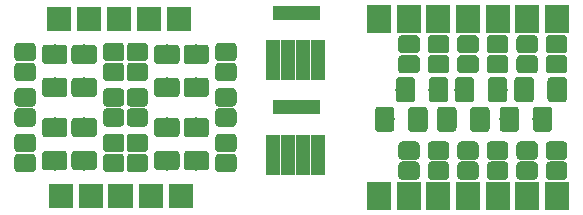
<source format=gbr>
G04 #@! TF.GenerationSoftware,KiCad,Pcbnew,5.0.0*
G04 #@! TF.CreationDate,2018-11-01T16:31:23+02:00*
G04 #@! TF.ProjectId,filter,66696C7465722E6B696361645F706362,rev?*
G04 #@! TF.SameCoordinates,Original*
G04 #@! TF.FileFunction,Soldermask,Top*
G04 #@! TF.FilePolarity,Negative*
%FSLAX46Y46*%
G04 Gerber Fmt 4.6, Leading zero omitted, Abs format (unit mm)*
G04 Created by KiCad (PCBNEW 5.0.0) date Thu Nov  1 16:31:23 2018*
%MOMM*%
%LPD*%
G01*
G04 APERTURE LIST*
%ADD10C,0.100000*%
%ADD11C,1.650000*%
%ADD12R,2.100000X2.350000*%
%ADD13C,1.200000*%
%ADD14R,1.200000X3.400000*%
%ADD15C,1.550000*%
%ADD16R,1.000000X1.250000*%
%ADD17R,2.100000X2.100000*%
%ADD18C,2.100000*%
G04 APERTURE END LIST*
D10*
G04 #@! TO.C,C2*
G36*
X75727346Y-32426589D02*
X75759380Y-32431341D01*
X75790794Y-32439210D01*
X75821286Y-32450120D01*
X75850561Y-32463966D01*
X75878338Y-32480615D01*
X75904350Y-32499907D01*
X75928345Y-32521655D01*
X75950093Y-32545650D01*
X75969385Y-32571662D01*
X75986034Y-32599439D01*
X75999880Y-32628714D01*
X76010790Y-32659206D01*
X76018659Y-32690620D01*
X76023411Y-32722654D01*
X76025000Y-32755000D01*
X76025000Y-34245000D01*
X76023411Y-34277346D01*
X76018659Y-34309380D01*
X76010790Y-34340794D01*
X75999880Y-34371286D01*
X75986034Y-34400561D01*
X75969385Y-34428338D01*
X75950093Y-34454350D01*
X75928345Y-34478345D01*
X75904350Y-34500093D01*
X75878338Y-34519385D01*
X75850561Y-34536034D01*
X75821286Y-34549880D01*
X75790794Y-34560790D01*
X75759380Y-34568659D01*
X75727346Y-34573411D01*
X75695000Y-34575000D01*
X74705000Y-34575000D01*
X74672654Y-34573411D01*
X74640620Y-34568659D01*
X74609206Y-34560790D01*
X74578714Y-34549880D01*
X74549439Y-34536034D01*
X74521662Y-34519385D01*
X74495650Y-34500093D01*
X74471655Y-34478345D01*
X74449907Y-34454350D01*
X74430615Y-34428338D01*
X74413966Y-34400561D01*
X74400120Y-34371286D01*
X74389210Y-34340794D01*
X74381341Y-34309380D01*
X74376589Y-34277346D01*
X74375000Y-34245000D01*
X74375000Y-32755000D01*
X74376589Y-32722654D01*
X74381341Y-32690620D01*
X74389210Y-32659206D01*
X74400120Y-32628714D01*
X74413966Y-32599439D01*
X74430615Y-32571662D01*
X74449907Y-32545650D01*
X74471655Y-32521655D01*
X74495650Y-32499907D01*
X74521662Y-32480615D01*
X74549439Y-32463966D01*
X74578714Y-32450120D01*
X74609206Y-32439210D01*
X74640620Y-32431341D01*
X74672654Y-32426589D01*
X74705000Y-32425000D01*
X75695000Y-32425000D01*
X75727346Y-32426589D01*
X75727346Y-32426589D01*
G37*
D11*
X75200000Y-33500000D03*
D10*
G36*
X78527346Y-32426589D02*
X78559380Y-32431341D01*
X78590794Y-32439210D01*
X78621286Y-32450120D01*
X78650561Y-32463966D01*
X78678338Y-32480615D01*
X78704350Y-32499907D01*
X78728345Y-32521655D01*
X78750093Y-32545650D01*
X78769385Y-32571662D01*
X78786034Y-32599439D01*
X78799880Y-32628714D01*
X78810790Y-32659206D01*
X78818659Y-32690620D01*
X78823411Y-32722654D01*
X78825000Y-32755000D01*
X78825000Y-34245000D01*
X78823411Y-34277346D01*
X78818659Y-34309380D01*
X78810790Y-34340794D01*
X78799880Y-34371286D01*
X78786034Y-34400561D01*
X78769385Y-34428338D01*
X78750093Y-34454350D01*
X78728345Y-34478345D01*
X78704350Y-34500093D01*
X78678338Y-34519385D01*
X78650561Y-34536034D01*
X78621286Y-34549880D01*
X78590794Y-34560790D01*
X78559380Y-34568659D01*
X78527346Y-34573411D01*
X78495000Y-34575000D01*
X77505000Y-34575000D01*
X77472654Y-34573411D01*
X77440620Y-34568659D01*
X77409206Y-34560790D01*
X77378714Y-34549880D01*
X77349439Y-34536034D01*
X77321662Y-34519385D01*
X77295650Y-34500093D01*
X77271655Y-34478345D01*
X77249907Y-34454350D01*
X77230615Y-34428338D01*
X77213966Y-34400561D01*
X77200120Y-34371286D01*
X77189210Y-34340794D01*
X77181341Y-34309380D01*
X77176589Y-34277346D01*
X77175000Y-34245000D01*
X77175000Y-32755000D01*
X77176589Y-32722654D01*
X77181341Y-32690620D01*
X77189210Y-32659206D01*
X77200120Y-32628714D01*
X77213966Y-32599439D01*
X77230615Y-32571662D01*
X77249907Y-32545650D01*
X77271655Y-32521655D01*
X77295650Y-32499907D01*
X77321662Y-32480615D01*
X77349439Y-32463966D01*
X77378714Y-32450120D01*
X77409206Y-32439210D01*
X77440620Y-32431341D01*
X77472654Y-32426589D01*
X77505000Y-32425000D01*
X78495000Y-32425000D01*
X78527346Y-32426589D01*
X78527346Y-32426589D01*
G37*
D11*
X78000000Y-33500000D03*
G04 #@! TD*
D10*
G04 #@! TO.C,C1*
G36*
X76777346Y-34926589D02*
X76809380Y-34931341D01*
X76840794Y-34939210D01*
X76871286Y-34950120D01*
X76900561Y-34963966D01*
X76928338Y-34980615D01*
X76954350Y-34999907D01*
X76978345Y-35021655D01*
X77000093Y-35045650D01*
X77019385Y-35071662D01*
X77036034Y-35099439D01*
X77049880Y-35128714D01*
X77060790Y-35159206D01*
X77068659Y-35190620D01*
X77073411Y-35222654D01*
X77075000Y-35255000D01*
X77075000Y-36745000D01*
X77073411Y-36777346D01*
X77068659Y-36809380D01*
X77060790Y-36840794D01*
X77049880Y-36871286D01*
X77036034Y-36900561D01*
X77019385Y-36928338D01*
X77000093Y-36954350D01*
X76978345Y-36978345D01*
X76954350Y-37000093D01*
X76928338Y-37019385D01*
X76900561Y-37036034D01*
X76871286Y-37049880D01*
X76840794Y-37060790D01*
X76809380Y-37068659D01*
X76777346Y-37073411D01*
X76745000Y-37075000D01*
X75755000Y-37075000D01*
X75722654Y-37073411D01*
X75690620Y-37068659D01*
X75659206Y-37060790D01*
X75628714Y-37049880D01*
X75599439Y-37036034D01*
X75571662Y-37019385D01*
X75545650Y-37000093D01*
X75521655Y-36978345D01*
X75499907Y-36954350D01*
X75480615Y-36928338D01*
X75463966Y-36900561D01*
X75450120Y-36871286D01*
X75439210Y-36840794D01*
X75431341Y-36809380D01*
X75426589Y-36777346D01*
X75425000Y-36745000D01*
X75425000Y-35255000D01*
X75426589Y-35222654D01*
X75431341Y-35190620D01*
X75439210Y-35159206D01*
X75450120Y-35128714D01*
X75463966Y-35099439D01*
X75480615Y-35071662D01*
X75499907Y-35045650D01*
X75521655Y-35021655D01*
X75545650Y-34999907D01*
X75571662Y-34980615D01*
X75599439Y-34963966D01*
X75628714Y-34950120D01*
X75659206Y-34939210D01*
X75690620Y-34931341D01*
X75722654Y-34926589D01*
X75755000Y-34925000D01*
X76745000Y-34925000D01*
X76777346Y-34926589D01*
X76777346Y-34926589D01*
G37*
D11*
X76250000Y-36000000D03*
D10*
G36*
X73977346Y-34926589D02*
X74009380Y-34931341D01*
X74040794Y-34939210D01*
X74071286Y-34950120D01*
X74100561Y-34963966D01*
X74128338Y-34980615D01*
X74154350Y-34999907D01*
X74178345Y-35021655D01*
X74200093Y-35045650D01*
X74219385Y-35071662D01*
X74236034Y-35099439D01*
X74249880Y-35128714D01*
X74260790Y-35159206D01*
X74268659Y-35190620D01*
X74273411Y-35222654D01*
X74275000Y-35255000D01*
X74275000Y-36745000D01*
X74273411Y-36777346D01*
X74268659Y-36809380D01*
X74260790Y-36840794D01*
X74249880Y-36871286D01*
X74236034Y-36900561D01*
X74219385Y-36928338D01*
X74200093Y-36954350D01*
X74178345Y-36978345D01*
X74154350Y-37000093D01*
X74128338Y-37019385D01*
X74100561Y-37036034D01*
X74071286Y-37049880D01*
X74040794Y-37060790D01*
X74009380Y-37068659D01*
X73977346Y-37073411D01*
X73945000Y-37075000D01*
X72955000Y-37075000D01*
X72922654Y-37073411D01*
X72890620Y-37068659D01*
X72859206Y-37060790D01*
X72828714Y-37049880D01*
X72799439Y-37036034D01*
X72771662Y-37019385D01*
X72745650Y-37000093D01*
X72721655Y-36978345D01*
X72699907Y-36954350D01*
X72680615Y-36928338D01*
X72663966Y-36900561D01*
X72650120Y-36871286D01*
X72639210Y-36840794D01*
X72631341Y-36809380D01*
X72626589Y-36777346D01*
X72625000Y-36745000D01*
X72625000Y-35255000D01*
X72626589Y-35222654D01*
X72631341Y-35190620D01*
X72639210Y-35159206D01*
X72650120Y-35128714D01*
X72663966Y-35099439D01*
X72680615Y-35071662D01*
X72699907Y-35045650D01*
X72721655Y-35021655D01*
X72745650Y-34999907D01*
X72771662Y-34980615D01*
X72799439Y-34963966D01*
X72828714Y-34950120D01*
X72859206Y-34939210D01*
X72890620Y-34931341D01*
X72922654Y-34926589D01*
X72955000Y-34925000D01*
X73945000Y-34925000D01*
X73977346Y-34926589D01*
X73977346Y-34926589D01*
G37*
D11*
X73450000Y-36000000D03*
G04 #@! TD*
D10*
G04 #@! TO.C,C3*
G36*
X79227346Y-34926589D02*
X79259380Y-34931341D01*
X79290794Y-34939210D01*
X79321286Y-34950120D01*
X79350561Y-34963966D01*
X79378338Y-34980615D01*
X79404350Y-34999907D01*
X79428345Y-35021655D01*
X79450093Y-35045650D01*
X79469385Y-35071662D01*
X79486034Y-35099439D01*
X79499880Y-35128714D01*
X79510790Y-35159206D01*
X79518659Y-35190620D01*
X79523411Y-35222654D01*
X79525000Y-35255000D01*
X79525000Y-36745000D01*
X79523411Y-36777346D01*
X79518659Y-36809380D01*
X79510790Y-36840794D01*
X79499880Y-36871286D01*
X79486034Y-36900561D01*
X79469385Y-36928338D01*
X79450093Y-36954350D01*
X79428345Y-36978345D01*
X79404350Y-37000093D01*
X79378338Y-37019385D01*
X79350561Y-37036034D01*
X79321286Y-37049880D01*
X79290794Y-37060790D01*
X79259380Y-37068659D01*
X79227346Y-37073411D01*
X79195000Y-37075000D01*
X78205000Y-37075000D01*
X78172654Y-37073411D01*
X78140620Y-37068659D01*
X78109206Y-37060790D01*
X78078714Y-37049880D01*
X78049439Y-37036034D01*
X78021662Y-37019385D01*
X77995650Y-37000093D01*
X77971655Y-36978345D01*
X77949907Y-36954350D01*
X77930615Y-36928338D01*
X77913966Y-36900561D01*
X77900120Y-36871286D01*
X77889210Y-36840794D01*
X77881341Y-36809380D01*
X77876589Y-36777346D01*
X77875000Y-36745000D01*
X77875000Y-35255000D01*
X77876589Y-35222654D01*
X77881341Y-35190620D01*
X77889210Y-35159206D01*
X77900120Y-35128714D01*
X77913966Y-35099439D01*
X77930615Y-35071662D01*
X77949907Y-35045650D01*
X77971655Y-35021655D01*
X77995650Y-34999907D01*
X78021662Y-34980615D01*
X78049439Y-34963966D01*
X78078714Y-34950120D01*
X78109206Y-34939210D01*
X78140620Y-34931341D01*
X78172654Y-34926589D01*
X78205000Y-34925000D01*
X79195000Y-34925000D01*
X79227346Y-34926589D01*
X79227346Y-34926589D01*
G37*
D11*
X78700000Y-36000000D03*
D10*
G36*
X82027346Y-34926589D02*
X82059380Y-34931341D01*
X82090794Y-34939210D01*
X82121286Y-34950120D01*
X82150561Y-34963966D01*
X82178338Y-34980615D01*
X82204350Y-34999907D01*
X82228345Y-35021655D01*
X82250093Y-35045650D01*
X82269385Y-35071662D01*
X82286034Y-35099439D01*
X82299880Y-35128714D01*
X82310790Y-35159206D01*
X82318659Y-35190620D01*
X82323411Y-35222654D01*
X82325000Y-35255000D01*
X82325000Y-36745000D01*
X82323411Y-36777346D01*
X82318659Y-36809380D01*
X82310790Y-36840794D01*
X82299880Y-36871286D01*
X82286034Y-36900561D01*
X82269385Y-36928338D01*
X82250093Y-36954350D01*
X82228345Y-36978345D01*
X82204350Y-37000093D01*
X82178338Y-37019385D01*
X82150561Y-37036034D01*
X82121286Y-37049880D01*
X82090794Y-37060790D01*
X82059380Y-37068659D01*
X82027346Y-37073411D01*
X81995000Y-37075000D01*
X81005000Y-37075000D01*
X80972654Y-37073411D01*
X80940620Y-37068659D01*
X80909206Y-37060790D01*
X80878714Y-37049880D01*
X80849439Y-37036034D01*
X80821662Y-37019385D01*
X80795650Y-37000093D01*
X80771655Y-36978345D01*
X80749907Y-36954350D01*
X80730615Y-36928338D01*
X80713966Y-36900561D01*
X80700120Y-36871286D01*
X80689210Y-36840794D01*
X80681341Y-36809380D01*
X80676589Y-36777346D01*
X80675000Y-36745000D01*
X80675000Y-35255000D01*
X80676589Y-35222654D01*
X80681341Y-35190620D01*
X80689210Y-35159206D01*
X80700120Y-35128714D01*
X80713966Y-35099439D01*
X80730615Y-35071662D01*
X80749907Y-35045650D01*
X80771655Y-35021655D01*
X80795650Y-34999907D01*
X80821662Y-34980615D01*
X80849439Y-34963966D01*
X80878714Y-34950120D01*
X80909206Y-34939210D01*
X80940620Y-34931341D01*
X80972654Y-34926589D01*
X81005000Y-34925000D01*
X81995000Y-34925000D01*
X82027346Y-34926589D01*
X82027346Y-34926589D01*
G37*
D11*
X81500000Y-36000000D03*
G04 #@! TD*
D10*
G04 #@! TO.C,C4*
G36*
X83527346Y-32426589D02*
X83559380Y-32431341D01*
X83590794Y-32439210D01*
X83621286Y-32450120D01*
X83650561Y-32463966D01*
X83678338Y-32480615D01*
X83704350Y-32499907D01*
X83728345Y-32521655D01*
X83750093Y-32545650D01*
X83769385Y-32571662D01*
X83786034Y-32599439D01*
X83799880Y-32628714D01*
X83810790Y-32659206D01*
X83818659Y-32690620D01*
X83823411Y-32722654D01*
X83825000Y-32755000D01*
X83825000Y-34245000D01*
X83823411Y-34277346D01*
X83818659Y-34309380D01*
X83810790Y-34340794D01*
X83799880Y-34371286D01*
X83786034Y-34400561D01*
X83769385Y-34428338D01*
X83750093Y-34454350D01*
X83728345Y-34478345D01*
X83704350Y-34500093D01*
X83678338Y-34519385D01*
X83650561Y-34536034D01*
X83621286Y-34549880D01*
X83590794Y-34560790D01*
X83559380Y-34568659D01*
X83527346Y-34573411D01*
X83495000Y-34575000D01*
X82505000Y-34575000D01*
X82472654Y-34573411D01*
X82440620Y-34568659D01*
X82409206Y-34560790D01*
X82378714Y-34549880D01*
X82349439Y-34536034D01*
X82321662Y-34519385D01*
X82295650Y-34500093D01*
X82271655Y-34478345D01*
X82249907Y-34454350D01*
X82230615Y-34428338D01*
X82213966Y-34400561D01*
X82200120Y-34371286D01*
X82189210Y-34340794D01*
X82181341Y-34309380D01*
X82176589Y-34277346D01*
X82175000Y-34245000D01*
X82175000Y-32755000D01*
X82176589Y-32722654D01*
X82181341Y-32690620D01*
X82189210Y-32659206D01*
X82200120Y-32628714D01*
X82213966Y-32599439D01*
X82230615Y-32571662D01*
X82249907Y-32545650D01*
X82271655Y-32521655D01*
X82295650Y-32499907D01*
X82321662Y-32480615D01*
X82349439Y-32463966D01*
X82378714Y-32450120D01*
X82409206Y-32439210D01*
X82440620Y-32431341D01*
X82472654Y-32426589D01*
X82505000Y-32425000D01*
X83495000Y-32425000D01*
X83527346Y-32426589D01*
X83527346Y-32426589D01*
G37*
D11*
X83000000Y-33500000D03*
D10*
G36*
X80727346Y-32426589D02*
X80759380Y-32431341D01*
X80790794Y-32439210D01*
X80821286Y-32450120D01*
X80850561Y-32463966D01*
X80878338Y-32480615D01*
X80904350Y-32499907D01*
X80928345Y-32521655D01*
X80950093Y-32545650D01*
X80969385Y-32571662D01*
X80986034Y-32599439D01*
X80999880Y-32628714D01*
X81010790Y-32659206D01*
X81018659Y-32690620D01*
X81023411Y-32722654D01*
X81025000Y-32755000D01*
X81025000Y-34245000D01*
X81023411Y-34277346D01*
X81018659Y-34309380D01*
X81010790Y-34340794D01*
X80999880Y-34371286D01*
X80986034Y-34400561D01*
X80969385Y-34428338D01*
X80950093Y-34454350D01*
X80928345Y-34478345D01*
X80904350Y-34500093D01*
X80878338Y-34519385D01*
X80850561Y-34536034D01*
X80821286Y-34549880D01*
X80790794Y-34560790D01*
X80759380Y-34568659D01*
X80727346Y-34573411D01*
X80695000Y-34575000D01*
X79705000Y-34575000D01*
X79672654Y-34573411D01*
X79640620Y-34568659D01*
X79609206Y-34560790D01*
X79578714Y-34549880D01*
X79549439Y-34536034D01*
X79521662Y-34519385D01*
X79495650Y-34500093D01*
X79471655Y-34478345D01*
X79449907Y-34454350D01*
X79430615Y-34428338D01*
X79413966Y-34400561D01*
X79400120Y-34371286D01*
X79389210Y-34340794D01*
X79381341Y-34309380D01*
X79376589Y-34277346D01*
X79375000Y-34245000D01*
X79375000Y-32755000D01*
X79376589Y-32722654D01*
X79381341Y-32690620D01*
X79389210Y-32659206D01*
X79400120Y-32628714D01*
X79413966Y-32599439D01*
X79430615Y-32571662D01*
X79449907Y-32545650D01*
X79471655Y-32521655D01*
X79495650Y-32499907D01*
X79521662Y-32480615D01*
X79549439Y-32463966D01*
X79578714Y-32450120D01*
X79609206Y-32439210D01*
X79640620Y-32431341D01*
X79672654Y-32426589D01*
X79705000Y-32425000D01*
X80695000Y-32425000D01*
X80727346Y-32426589D01*
X80727346Y-32426589D01*
G37*
D11*
X80200000Y-33500000D03*
G04 #@! TD*
D10*
G04 #@! TO.C,C5*
G36*
X84527346Y-34926589D02*
X84559380Y-34931341D01*
X84590794Y-34939210D01*
X84621286Y-34950120D01*
X84650561Y-34963966D01*
X84678338Y-34980615D01*
X84704350Y-34999907D01*
X84728345Y-35021655D01*
X84750093Y-35045650D01*
X84769385Y-35071662D01*
X84786034Y-35099439D01*
X84799880Y-35128714D01*
X84810790Y-35159206D01*
X84818659Y-35190620D01*
X84823411Y-35222654D01*
X84825000Y-35255000D01*
X84825000Y-36745000D01*
X84823411Y-36777346D01*
X84818659Y-36809380D01*
X84810790Y-36840794D01*
X84799880Y-36871286D01*
X84786034Y-36900561D01*
X84769385Y-36928338D01*
X84750093Y-36954350D01*
X84728345Y-36978345D01*
X84704350Y-37000093D01*
X84678338Y-37019385D01*
X84650561Y-37036034D01*
X84621286Y-37049880D01*
X84590794Y-37060790D01*
X84559380Y-37068659D01*
X84527346Y-37073411D01*
X84495000Y-37075000D01*
X83505000Y-37075000D01*
X83472654Y-37073411D01*
X83440620Y-37068659D01*
X83409206Y-37060790D01*
X83378714Y-37049880D01*
X83349439Y-37036034D01*
X83321662Y-37019385D01*
X83295650Y-37000093D01*
X83271655Y-36978345D01*
X83249907Y-36954350D01*
X83230615Y-36928338D01*
X83213966Y-36900561D01*
X83200120Y-36871286D01*
X83189210Y-36840794D01*
X83181341Y-36809380D01*
X83176589Y-36777346D01*
X83175000Y-36745000D01*
X83175000Y-35255000D01*
X83176589Y-35222654D01*
X83181341Y-35190620D01*
X83189210Y-35159206D01*
X83200120Y-35128714D01*
X83213966Y-35099439D01*
X83230615Y-35071662D01*
X83249907Y-35045650D01*
X83271655Y-35021655D01*
X83295650Y-34999907D01*
X83321662Y-34980615D01*
X83349439Y-34963966D01*
X83378714Y-34950120D01*
X83409206Y-34939210D01*
X83440620Y-34931341D01*
X83472654Y-34926589D01*
X83505000Y-34925000D01*
X84495000Y-34925000D01*
X84527346Y-34926589D01*
X84527346Y-34926589D01*
G37*
D11*
X84000000Y-36000000D03*
D10*
G36*
X87327346Y-34926589D02*
X87359380Y-34931341D01*
X87390794Y-34939210D01*
X87421286Y-34950120D01*
X87450561Y-34963966D01*
X87478338Y-34980615D01*
X87504350Y-34999907D01*
X87528345Y-35021655D01*
X87550093Y-35045650D01*
X87569385Y-35071662D01*
X87586034Y-35099439D01*
X87599880Y-35128714D01*
X87610790Y-35159206D01*
X87618659Y-35190620D01*
X87623411Y-35222654D01*
X87625000Y-35255000D01*
X87625000Y-36745000D01*
X87623411Y-36777346D01*
X87618659Y-36809380D01*
X87610790Y-36840794D01*
X87599880Y-36871286D01*
X87586034Y-36900561D01*
X87569385Y-36928338D01*
X87550093Y-36954350D01*
X87528345Y-36978345D01*
X87504350Y-37000093D01*
X87478338Y-37019385D01*
X87450561Y-37036034D01*
X87421286Y-37049880D01*
X87390794Y-37060790D01*
X87359380Y-37068659D01*
X87327346Y-37073411D01*
X87295000Y-37075000D01*
X86305000Y-37075000D01*
X86272654Y-37073411D01*
X86240620Y-37068659D01*
X86209206Y-37060790D01*
X86178714Y-37049880D01*
X86149439Y-37036034D01*
X86121662Y-37019385D01*
X86095650Y-37000093D01*
X86071655Y-36978345D01*
X86049907Y-36954350D01*
X86030615Y-36928338D01*
X86013966Y-36900561D01*
X86000120Y-36871286D01*
X85989210Y-36840794D01*
X85981341Y-36809380D01*
X85976589Y-36777346D01*
X85975000Y-36745000D01*
X85975000Y-35255000D01*
X85976589Y-35222654D01*
X85981341Y-35190620D01*
X85989210Y-35159206D01*
X86000120Y-35128714D01*
X86013966Y-35099439D01*
X86030615Y-35071662D01*
X86049907Y-35045650D01*
X86071655Y-35021655D01*
X86095650Y-34999907D01*
X86121662Y-34980615D01*
X86149439Y-34963966D01*
X86178714Y-34950120D01*
X86209206Y-34939210D01*
X86240620Y-34931341D01*
X86272654Y-34926589D01*
X86305000Y-34925000D01*
X87295000Y-34925000D01*
X87327346Y-34926589D01*
X87327346Y-34926589D01*
G37*
D11*
X86800000Y-36000000D03*
G04 #@! TD*
D10*
G04 #@! TO.C,C6*
G36*
X88577346Y-32426589D02*
X88609380Y-32431341D01*
X88640794Y-32439210D01*
X88671286Y-32450120D01*
X88700561Y-32463966D01*
X88728338Y-32480615D01*
X88754350Y-32499907D01*
X88778345Y-32521655D01*
X88800093Y-32545650D01*
X88819385Y-32571662D01*
X88836034Y-32599439D01*
X88849880Y-32628714D01*
X88860790Y-32659206D01*
X88868659Y-32690620D01*
X88873411Y-32722654D01*
X88875000Y-32755000D01*
X88875000Y-34245000D01*
X88873411Y-34277346D01*
X88868659Y-34309380D01*
X88860790Y-34340794D01*
X88849880Y-34371286D01*
X88836034Y-34400561D01*
X88819385Y-34428338D01*
X88800093Y-34454350D01*
X88778345Y-34478345D01*
X88754350Y-34500093D01*
X88728338Y-34519385D01*
X88700561Y-34536034D01*
X88671286Y-34549880D01*
X88640794Y-34560790D01*
X88609380Y-34568659D01*
X88577346Y-34573411D01*
X88545000Y-34575000D01*
X87555000Y-34575000D01*
X87522654Y-34573411D01*
X87490620Y-34568659D01*
X87459206Y-34560790D01*
X87428714Y-34549880D01*
X87399439Y-34536034D01*
X87371662Y-34519385D01*
X87345650Y-34500093D01*
X87321655Y-34478345D01*
X87299907Y-34454350D01*
X87280615Y-34428338D01*
X87263966Y-34400561D01*
X87250120Y-34371286D01*
X87239210Y-34340794D01*
X87231341Y-34309380D01*
X87226589Y-34277346D01*
X87225000Y-34245000D01*
X87225000Y-32755000D01*
X87226589Y-32722654D01*
X87231341Y-32690620D01*
X87239210Y-32659206D01*
X87250120Y-32628714D01*
X87263966Y-32599439D01*
X87280615Y-32571662D01*
X87299907Y-32545650D01*
X87321655Y-32521655D01*
X87345650Y-32499907D01*
X87371662Y-32480615D01*
X87399439Y-32463966D01*
X87428714Y-32450120D01*
X87459206Y-32439210D01*
X87490620Y-32431341D01*
X87522654Y-32426589D01*
X87555000Y-32425000D01*
X88545000Y-32425000D01*
X88577346Y-32426589D01*
X88577346Y-32426589D01*
G37*
D11*
X88050000Y-33500000D03*
D10*
G36*
X85777346Y-32426589D02*
X85809380Y-32431341D01*
X85840794Y-32439210D01*
X85871286Y-32450120D01*
X85900561Y-32463966D01*
X85928338Y-32480615D01*
X85954350Y-32499907D01*
X85978345Y-32521655D01*
X86000093Y-32545650D01*
X86019385Y-32571662D01*
X86036034Y-32599439D01*
X86049880Y-32628714D01*
X86060790Y-32659206D01*
X86068659Y-32690620D01*
X86073411Y-32722654D01*
X86075000Y-32755000D01*
X86075000Y-34245000D01*
X86073411Y-34277346D01*
X86068659Y-34309380D01*
X86060790Y-34340794D01*
X86049880Y-34371286D01*
X86036034Y-34400561D01*
X86019385Y-34428338D01*
X86000093Y-34454350D01*
X85978345Y-34478345D01*
X85954350Y-34500093D01*
X85928338Y-34519385D01*
X85900561Y-34536034D01*
X85871286Y-34549880D01*
X85840794Y-34560790D01*
X85809380Y-34568659D01*
X85777346Y-34573411D01*
X85745000Y-34575000D01*
X84755000Y-34575000D01*
X84722654Y-34573411D01*
X84690620Y-34568659D01*
X84659206Y-34560790D01*
X84628714Y-34549880D01*
X84599439Y-34536034D01*
X84571662Y-34519385D01*
X84545650Y-34500093D01*
X84521655Y-34478345D01*
X84499907Y-34454350D01*
X84480615Y-34428338D01*
X84463966Y-34400561D01*
X84450120Y-34371286D01*
X84439210Y-34340794D01*
X84431341Y-34309380D01*
X84426589Y-34277346D01*
X84425000Y-34245000D01*
X84425000Y-32755000D01*
X84426589Y-32722654D01*
X84431341Y-32690620D01*
X84439210Y-32659206D01*
X84450120Y-32628714D01*
X84463966Y-32599439D01*
X84480615Y-32571662D01*
X84499907Y-32545650D01*
X84521655Y-32521655D01*
X84545650Y-32499907D01*
X84571662Y-32480615D01*
X84599439Y-32463966D01*
X84628714Y-32450120D01*
X84659206Y-32439210D01*
X84690620Y-32431341D01*
X84722654Y-32426589D01*
X84755000Y-32425000D01*
X85745000Y-32425000D01*
X85777346Y-32426589D01*
X85777346Y-32426589D01*
G37*
D11*
X85250000Y-33500000D03*
G04 #@! TD*
D12*
G04 #@! TO.C,J7*
X88000000Y-27500000D03*
X85500000Y-27500000D03*
X83000000Y-27500000D03*
X80500000Y-27500000D03*
X78000000Y-27500000D03*
X75500000Y-27500000D03*
X73000000Y-27500000D03*
G04 #@! TD*
G04 #@! TO.C,J8*
X73000000Y-42500000D03*
X75500000Y-42500000D03*
X78000000Y-42500000D03*
X80500000Y-42500000D03*
X83000000Y-42500000D03*
X85500000Y-42500000D03*
X88000000Y-42500000D03*
G04 #@! TD*
D13*
G04 #@! TO.C,J5*
X64000000Y-39000000D03*
D10*
G36*
X64600000Y-40700000D02*
X63400000Y-40700000D01*
X63400000Y-37300000D01*
X64600000Y-37300000D01*
X64600000Y-40700000D01*
X64600000Y-40700000D01*
G37*
D14*
X65270000Y-39000000D03*
X66540000Y-39000000D03*
X67810000Y-39000000D03*
G04 #@! TD*
D10*
G04 #@! TO.C,R10*
G36*
X83596071Y-37876623D02*
X83628781Y-37881475D01*
X83660857Y-37889509D01*
X83691991Y-37900649D01*
X83721884Y-37914787D01*
X83750247Y-37931787D01*
X83776807Y-37951485D01*
X83801308Y-37973692D01*
X83823515Y-37998193D01*
X83843213Y-38024753D01*
X83860213Y-38053116D01*
X83874351Y-38083009D01*
X83885491Y-38114143D01*
X83893525Y-38146219D01*
X83898377Y-38178929D01*
X83900000Y-38211956D01*
X83900000Y-39088044D01*
X83898377Y-39121071D01*
X83893525Y-39153781D01*
X83885491Y-39185857D01*
X83874351Y-39216991D01*
X83860213Y-39246884D01*
X83843213Y-39275247D01*
X83823515Y-39301807D01*
X83801308Y-39326308D01*
X83776807Y-39348515D01*
X83750247Y-39368213D01*
X83721884Y-39385213D01*
X83691991Y-39399351D01*
X83660857Y-39410491D01*
X83628781Y-39418525D01*
X83596071Y-39423377D01*
X83563044Y-39425000D01*
X82436956Y-39425000D01*
X82403929Y-39423377D01*
X82371219Y-39418525D01*
X82339143Y-39410491D01*
X82308009Y-39399351D01*
X82278116Y-39385213D01*
X82249753Y-39368213D01*
X82223193Y-39348515D01*
X82198692Y-39326308D01*
X82176485Y-39301807D01*
X82156787Y-39275247D01*
X82139787Y-39246884D01*
X82125649Y-39216991D01*
X82114509Y-39185857D01*
X82106475Y-39153781D01*
X82101623Y-39121071D01*
X82100000Y-39088044D01*
X82100000Y-38211956D01*
X82101623Y-38178929D01*
X82106475Y-38146219D01*
X82114509Y-38114143D01*
X82125649Y-38083009D01*
X82139787Y-38053116D01*
X82156787Y-38024753D01*
X82176485Y-37998193D01*
X82198692Y-37973692D01*
X82223193Y-37951485D01*
X82249753Y-37931787D01*
X82278116Y-37914787D01*
X82308009Y-37900649D01*
X82339143Y-37889509D01*
X82371219Y-37881475D01*
X82403929Y-37876623D01*
X82436956Y-37875000D01*
X83563044Y-37875000D01*
X83596071Y-37876623D01*
X83596071Y-37876623D01*
G37*
D15*
X83000000Y-38650000D03*
D10*
G36*
X83596071Y-39576623D02*
X83628781Y-39581475D01*
X83660857Y-39589509D01*
X83691991Y-39600649D01*
X83721884Y-39614787D01*
X83750247Y-39631787D01*
X83776807Y-39651485D01*
X83801308Y-39673692D01*
X83823515Y-39698193D01*
X83843213Y-39724753D01*
X83860213Y-39753116D01*
X83874351Y-39783009D01*
X83885491Y-39814143D01*
X83893525Y-39846219D01*
X83898377Y-39878929D01*
X83900000Y-39911956D01*
X83900000Y-40788044D01*
X83898377Y-40821071D01*
X83893525Y-40853781D01*
X83885491Y-40885857D01*
X83874351Y-40916991D01*
X83860213Y-40946884D01*
X83843213Y-40975247D01*
X83823515Y-41001807D01*
X83801308Y-41026308D01*
X83776807Y-41048515D01*
X83750247Y-41068213D01*
X83721884Y-41085213D01*
X83691991Y-41099351D01*
X83660857Y-41110491D01*
X83628781Y-41118525D01*
X83596071Y-41123377D01*
X83563044Y-41125000D01*
X82436956Y-41125000D01*
X82403929Y-41123377D01*
X82371219Y-41118525D01*
X82339143Y-41110491D01*
X82308009Y-41099351D01*
X82278116Y-41085213D01*
X82249753Y-41068213D01*
X82223193Y-41048515D01*
X82198692Y-41026308D01*
X82176485Y-41001807D01*
X82156787Y-40975247D01*
X82139787Y-40946884D01*
X82125649Y-40916991D01*
X82114509Y-40885857D01*
X82106475Y-40853781D01*
X82101623Y-40821071D01*
X82100000Y-40788044D01*
X82100000Y-39911956D01*
X82101623Y-39878929D01*
X82106475Y-39846219D01*
X82114509Y-39814143D01*
X82125649Y-39783009D01*
X82139787Y-39753116D01*
X82156787Y-39724753D01*
X82176485Y-39698193D01*
X82198692Y-39673692D01*
X82223193Y-39651485D01*
X82249753Y-39631787D01*
X82278116Y-39614787D01*
X82308009Y-39600649D01*
X82339143Y-39589509D01*
X82371219Y-39581475D01*
X82403929Y-39576623D01*
X82436956Y-39575000D01*
X83563044Y-39575000D01*
X83596071Y-39576623D01*
X83596071Y-39576623D01*
G37*
D15*
X83000000Y-40350000D03*
G04 #@! TD*
D10*
G04 #@! TO.C,R9*
G36*
X81096071Y-39576623D02*
X81128781Y-39581475D01*
X81160857Y-39589509D01*
X81191991Y-39600649D01*
X81221884Y-39614787D01*
X81250247Y-39631787D01*
X81276807Y-39651485D01*
X81301308Y-39673692D01*
X81323515Y-39698193D01*
X81343213Y-39724753D01*
X81360213Y-39753116D01*
X81374351Y-39783009D01*
X81385491Y-39814143D01*
X81393525Y-39846219D01*
X81398377Y-39878929D01*
X81400000Y-39911956D01*
X81400000Y-40788044D01*
X81398377Y-40821071D01*
X81393525Y-40853781D01*
X81385491Y-40885857D01*
X81374351Y-40916991D01*
X81360213Y-40946884D01*
X81343213Y-40975247D01*
X81323515Y-41001807D01*
X81301308Y-41026308D01*
X81276807Y-41048515D01*
X81250247Y-41068213D01*
X81221884Y-41085213D01*
X81191991Y-41099351D01*
X81160857Y-41110491D01*
X81128781Y-41118525D01*
X81096071Y-41123377D01*
X81063044Y-41125000D01*
X79936956Y-41125000D01*
X79903929Y-41123377D01*
X79871219Y-41118525D01*
X79839143Y-41110491D01*
X79808009Y-41099351D01*
X79778116Y-41085213D01*
X79749753Y-41068213D01*
X79723193Y-41048515D01*
X79698692Y-41026308D01*
X79676485Y-41001807D01*
X79656787Y-40975247D01*
X79639787Y-40946884D01*
X79625649Y-40916991D01*
X79614509Y-40885857D01*
X79606475Y-40853781D01*
X79601623Y-40821071D01*
X79600000Y-40788044D01*
X79600000Y-39911956D01*
X79601623Y-39878929D01*
X79606475Y-39846219D01*
X79614509Y-39814143D01*
X79625649Y-39783009D01*
X79639787Y-39753116D01*
X79656787Y-39724753D01*
X79676485Y-39698193D01*
X79698692Y-39673692D01*
X79723193Y-39651485D01*
X79749753Y-39631787D01*
X79778116Y-39614787D01*
X79808009Y-39600649D01*
X79839143Y-39589509D01*
X79871219Y-39581475D01*
X79903929Y-39576623D01*
X79936956Y-39575000D01*
X81063044Y-39575000D01*
X81096071Y-39576623D01*
X81096071Y-39576623D01*
G37*
D15*
X80500000Y-40350000D03*
D10*
G36*
X81096071Y-37876623D02*
X81128781Y-37881475D01*
X81160857Y-37889509D01*
X81191991Y-37900649D01*
X81221884Y-37914787D01*
X81250247Y-37931787D01*
X81276807Y-37951485D01*
X81301308Y-37973692D01*
X81323515Y-37998193D01*
X81343213Y-38024753D01*
X81360213Y-38053116D01*
X81374351Y-38083009D01*
X81385491Y-38114143D01*
X81393525Y-38146219D01*
X81398377Y-38178929D01*
X81400000Y-38211956D01*
X81400000Y-39088044D01*
X81398377Y-39121071D01*
X81393525Y-39153781D01*
X81385491Y-39185857D01*
X81374351Y-39216991D01*
X81360213Y-39246884D01*
X81343213Y-39275247D01*
X81323515Y-39301807D01*
X81301308Y-39326308D01*
X81276807Y-39348515D01*
X81250247Y-39368213D01*
X81221884Y-39385213D01*
X81191991Y-39399351D01*
X81160857Y-39410491D01*
X81128781Y-39418525D01*
X81096071Y-39423377D01*
X81063044Y-39425000D01*
X79936956Y-39425000D01*
X79903929Y-39423377D01*
X79871219Y-39418525D01*
X79839143Y-39410491D01*
X79808009Y-39399351D01*
X79778116Y-39385213D01*
X79749753Y-39368213D01*
X79723193Y-39348515D01*
X79698692Y-39326308D01*
X79676485Y-39301807D01*
X79656787Y-39275247D01*
X79639787Y-39246884D01*
X79625649Y-39216991D01*
X79614509Y-39185857D01*
X79606475Y-39153781D01*
X79601623Y-39121071D01*
X79600000Y-39088044D01*
X79600000Y-38211956D01*
X79601623Y-38178929D01*
X79606475Y-38146219D01*
X79614509Y-38114143D01*
X79625649Y-38083009D01*
X79639787Y-38053116D01*
X79656787Y-38024753D01*
X79676485Y-37998193D01*
X79698692Y-37973692D01*
X79723193Y-37951485D01*
X79749753Y-37931787D01*
X79778116Y-37914787D01*
X79808009Y-37900649D01*
X79839143Y-37889509D01*
X79871219Y-37881475D01*
X79903929Y-37876623D01*
X79936956Y-37875000D01*
X81063044Y-37875000D01*
X81096071Y-37876623D01*
X81096071Y-37876623D01*
G37*
D15*
X80500000Y-38650000D03*
G04 #@! TD*
D10*
G04 #@! TO.C,R8*
G36*
X78596071Y-37876623D02*
X78628781Y-37881475D01*
X78660857Y-37889509D01*
X78691991Y-37900649D01*
X78721884Y-37914787D01*
X78750247Y-37931787D01*
X78776807Y-37951485D01*
X78801308Y-37973692D01*
X78823515Y-37998193D01*
X78843213Y-38024753D01*
X78860213Y-38053116D01*
X78874351Y-38083009D01*
X78885491Y-38114143D01*
X78893525Y-38146219D01*
X78898377Y-38178929D01*
X78900000Y-38211956D01*
X78900000Y-39088044D01*
X78898377Y-39121071D01*
X78893525Y-39153781D01*
X78885491Y-39185857D01*
X78874351Y-39216991D01*
X78860213Y-39246884D01*
X78843213Y-39275247D01*
X78823515Y-39301807D01*
X78801308Y-39326308D01*
X78776807Y-39348515D01*
X78750247Y-39368213D01*
X78721884Y-39385213D01*
X78691991Y-39399351D01*
X78660857Y-39410491D01*
X78628781Y-39418525D01*
X78596071Y-39423377D01*
X78563044Y-39425000D01*
X77436956Y-39425000D01*
X77403929Y-39423377D01*
X77371219Y-39418525D01*
X77339143Y-39410491D01*
X77308009Y-39399351D01*
X77278116Y-39385213D01*
X77249753Y-39368213D01*
X77223193Y-39348515D01*
X77198692Y-39326308D01*
X77176485Y-39301807D01*
X77156787Y-39275247D01*
X77139787Y-39246884D01*
X77125649Y-39216991D01*
X77114509Y-39185857D01*
X77106475Y-39153781D01*
X77101623Y-39121071D01*
X77100000Y-39088044D01*
X77100000Y-38211956D01*
X77101623Y-38178929D01*
X77106475Y-38146219D01*
X77114509Y-38114143D01*
X77125649Y-38083009D01*
X77139787Y-38053116D01*
X77156787Y-38024753D01*
X77176485Y-37998193D01*
X77198692Y-37973692D01*
X77223193Y-37951485D01*
X77249753Y-37931787D01*
X77278116Y-37914787D01*
X77308009Y-37900649D01*
X77339143Y-37889509D01*
X77371219Y-37881475D01*
X77403929Y-37876623D01*
X77436956Y-37875000D01*
X78563044Y-37875000D01*
X78596071Y-37876623D01*
X78596071Y-37876623D01*
G37*
D15*
X78000000Y-38650000D03*
D10*
G36*
X78596071Y-39576623D02*
X78628781Y-39581475D01*
X78660857Y-39589509D01*
X78691991Y-39600649D01*
X78721884Y-39614787D01*
X78750247Y-39631787D01*
X78776807Y-39651485D01*
X78801308Y-39673692D01*
X78823515Y-39698193D01*
X78843213Y-39724753D01*
X78860213Y-39753116D01*
X78874351Y-39783009D01*
X78885491Y-39814143D01*
X78893525Y-39846219D01*
X78898377Y-39878929D01*
X78900000Y-39911956D01*
X78900000Y-40788044D01*
X78898377Y-40821071D01*
X78893525Y-40853781D01*
X78885491Y-40885857D01*
X78874351Y-40916991D01*
X78860213Y-40946884D01*
X78843213Y-40975247D01*
X78823515Y-41001807D01*
X78801308Y-41026308D01*
X78776807Y-41048515D01*
X78750247Y-41068213D01*
X78721884Y-41085213D01*
X78691991Y-41099351D01*
X78660857Y-41110491D01*
X78628781Y-41118525D01*
X78596071Y-41123377D01*
X78563044Y-41125000D01*
X77436956Y-41125000D01*
X77403929Y-41123377D01*
X77371219Y-41118525D01*
X77339143Y-41110491D01*
X77308009Y-41099351D01*
X77278116Y-41085213D01*
X77249753Y-41068213D01*
X77223193Y-41048515D01*
X77198692Y-41026308D01*
X77176485Y-41001807D01*
X77156787Y-40975247D01*
X77139787Y-40946884D01*
X77125649Y-40916991D01*
X77114509Y-40885857D01*
X77106475Y-40853781D01*
X77101623Y-40821071D01*
X77100000Y-40788044D01*
X77100000Y-39911956D01*
X77101623Y-39878929D01*
X77106475Y-39846219D01*
X77114509Y-39814143D01*
X77125649Y-39783009D01*
X77139787Y-39753116D01*
X77156787Y-39724753D01*
X77176485Y-39698193D01*
X77198692Y-39673692D01*
X77223193Y-39651485D01*
X77249753Y-39631787D01*
X77278116Y-39614787D01*
X77308009Y-39600649D01*
X77339143Y-39589509D01*
X77371219Y-39581475D01*
X77403929Y-39576623D01*
X77436956Y-39575000D01*
X78563044Y-39575000D01*
X78596071Y-39576623D01*
X78596071Y-39576623D01*
G37*
D15*
X78000000Y-40350000D03*
G04 #@! TD*
D10*
G04 #@! TO.C,R7*
G36*
X76096071Y-39576623D02*
X76128781Y-39581475D01*
X76160857Y-39589509D01*
X76191991Y-39600649D01*
X76221884Y-39614787D01*
X76250247Y-39631787D01*
X76276807Y-39651485D01*
X76301308Y-39673692D01*
X76323515Y-39698193D01*
X76343213Y-39724753D01*
X76360213Y-39753116D01*
X76374351Y-39783009D01*
X76385491Y-39814143D01*
X76393525Y-39846219D01*
X76398377Y-39878929D01*
X76400000Y-39911956D01*
X76400000Y-40788044D01*
X76398377Y-40821071D01*
X76393525Y-40853781D01*
X76385491Y-40885857D01*
X76374351Y-40916991D01*
X76360213Y-40946884D01*
X76343213Y-40975247D01*
X76323515Y-41001807D01*
X76301308Y-41026308D01*
X76276807Y-41048515D01*
X76250247Y-41068213D01*
X76221884Y-41085213D01*
X76191991Y-41099351D01*
X76160857Y-41110491D01*
X76128781Y-41118525D01*
X76096071Y-41123377D01*
X76063044Y-41125000D01*
X74936956Y-41125000D01*
X74903929Y-41123377D01*
X74871219Y-41118525D01*
X74839143Y-41110491D01*
X74808009Y-41099351D01*
X74778116Y-41085213D01*
X74749753Y-41068213D01*
X74723193Y-41048515D01*
X74698692Y-41026308D01*
X74676485Y-41001807D01*
X74656787Y-40975247D01*
X74639787Y-40946884D01*
X74625649Y-40916991D01*
X74614509Y-40885857D01*
X74606475Y-40853781D01*
X74601623Y-40821071D01*
X74600000Y-40788044D01*
X74600000Y-39911956D01*
X74601623Y-39878929D01*
X74606475Y-39846219D01*
X74614509Y-39814143D01*
X74625649Y-39783009D01*
X74639787Y-39753116D01*
X74656787Y-39724753D01*
X74676485Y-39698193D01*
X74698692Y-39673692D01*
X74723193Y-39651485D01*
X74749753Y-39631787D01*
X74778116Y-39614787D01*
X74808009Y-39600649D01*
X74839143Y-39589509D01*
X74871219Y-39581475D01*
X74903929Y-39576623D01*
X74936956Y-39575000D01*
X76063044Y-39575000D01*
X76096071Y-39576623D01*
X76096071Y-39576623D01*
G37*
D15*
X75500000Y-40350000D03*
D10*
G36*
X76096071Y-37876623D02*
X76128781Y-37881475D01*
X76160857Y-37889509D01*
X76191991Y-37900649D01*
X76221884Y-37914787D01*
X76250247Y-37931787D01*
X76276807Y-37951485D01*
X76301308Y-37973692D01*
X76323515Y-37998193D01*
X76343213Y-38024753D01*
X76360213Y-38053116D01*
X76374351Y-38083009D01*
X76385491Y-38114143D01*
X76393525Y-38146219D01*
X76398377Y-38178929D01*
X76400000Y-38211956D01*
X76400000Y-39088044D01*
X76398377Y-39121071D01*
X76393525Y-39153781D01*
X76385491Y-39185857D01*
X76374351Y-39216991D01*
X76360213Y-39246884D01*
X76343213Y-39275247D01*
X76323515Y-39301807D01*
X76301308Y-39326308D01*
X76276807Y-39348515D01*
X76250247Y-39368213D01*
X76221884Y-39385213D01*
X76191991Y-39399351D01*
X76160857Y-39410491D01*
X76128781Y-39418525D01*
X76096071Y-39423377D01*
X76063044Y-39425000D01*
X74936956Y-39425000D01*
X74903929Y-39423377D01*
X74871219Y-39418525D01*
X74839143Y-39410491D01*
X74808009Y-39399351D01*
X74778116Y-39385213D01*
X74749753Y-39368213D01*
X74723193Y-39348515D01*
X74698692Y-39326308D01*
X74676485Y-39301807D01*
X74656787Y-39275247D01*
X74639787Y-39246884D01*
X74625649Y-39216991D01*
X74614509Y-39185857D01*
X74606475Y-39153781D01*
X74601623Y-39121071D01*
X74600000Y-39088044D01*
X74600000Y-38211956D01*
X74601623Y-38178929D01*
X74606475Y-38146219D01*
X74614509Y-38114143D01*
X74625649Y-38083009D01*
X74639787Y-38053116D01*
X74656787Y-38024753D01*
X74676485Y-37998193D01*
X74698692Y-37973692D01*
X74723193Y-37951485D01*
X74749753Y-37931787D01*
X74778116Y-37914787D01*
X74808009Y-37900649D01*
X74839143Y-37889509D01*
X74871219Y-37881475D01*
X74903929Y-37876623D01*
X74936956Y-37875000D01*
X76063044Y-37875000D01*
X76096071Y-37876623D01*
X76096071Y-37876623D01*
G37*
D15*
X75500000Y-38650000D03*
G04 #@! TD*
D10*
G04 #@! TO.C,R5*
G36*
X86096071Y-28876623D02*
X86128781Y-28881475D01*
X86160857Y-28889509D01*
X86191991Y-28900649D01*
X86221884Y-28914787D01*
X86250247Y-28931787D01*
X86276807Y-28951485D01*
X86301308Y-28973692D01*
X86323515Y-28998193D01*
X86343213Y-29024753D01*
X86360213Y-29053116D01*
X86374351Y-29083009D01*
X86385491Y-29114143D01*
X86393525Y-29146219D01*
X86398377Y-29178929D01*
X86400000Y-29211956D01*
X86400000Y-30088044D01*
X86398377Y-30121071D01*
X86393525Y-30153781D01*
X86385491Y-30185857D01*
X86374351Y-30216991D01*
X86360213Y-30246884D01*
X86343213Y-30275247D01*
X86323515Y-30301807D01*
X86301308Y-30326308D01*
X86276807Y-30348515D01*
X86250247Y-30368213D01*
X86221884Y-30385213D01*
X86191991Y-30399351D01*
X86160857Y-30410491D01*
X86128781Y-30418525D01*
X86096071Y-30423377D01*
X86063044Y-30425000D01*
X84936956Y-30425000D01*
X84903929Y-30423377D01*
X84871219Y-30418525D01*
X84839143Y-30410491D01*
X84808009Y-30399351D01*
X84778116Y-30385213D01*
X84749753Y-30368213D01*
X84723193Y-30348515D01*
X84698692Y-30326308D01*
X84676485Y-30301807D01*
X84656787Y-30275247D01*
X84639787Y-30246884D01*
X84625649Y-30216991D01*
X84614509Y-30185857D01*
X84606475Y-30153781D01*
X84601623Y-30121071D01*
X84600000Y-30088044D01*
X84600000Y-29211956D01*
X84601623Y-29178929D01*
X84606475Y-29146219D01*
X84614509Y-29114143D01*
X84625649Y-29083009D01*
X84639787Y-29053116D01*
X84656787Y-29024753D01*
X84676485Y-28998193D01*
X84698692Y-28973692D01*
X84723193Y-28951485D01*
X84749753Y-28931787D01*
X84778116Y-28914787D01*
X84808009Y-28900649D01*
X84839143Y-28889509D01*
X84871219Y-28881475D01*
X84903929Y-28876623D01*
X84936956Y-28875000D01*
X86063044Y-28875000D01*
X86096071Y-28876623D01*
X86096071Y-28876623D01*
G37*
D15*
X85500000Y-29650000D03*
D10*
G36*
X86096071Y-30576623D02*
X86128781Y-30581475D01*
X86160857Y-30589509D01*
X86191991Y-30600649D01*
X86221884Y-30614787D01*
X86250247Y-30631787D01*
X86276807Y-30651485D01*
X86301308Y-30673692D01*
X86323515Y-30698193D01*
X86343213Y-30724753D01*
X86360213Y-30753116D01*
X86374351Y-30783009D01*
X86385491Y-30814143D01*
X86393525Y-30846219D01*
X86398377Y-30878929D01*
X86400000Y-30911956D01*
X86400000Y-31788044D01*
X86398377Y-31821071D01*
X86393525Y-31853781D01*
X86385491Y-31885857D01*
X86374351Y-31916991D01*
X86360213Y-31946884D01*
X86343213Y-31975247D01*
X86323515Y-32001807D01*
X86301308Y-32026308D01*
X86276807Y-32048515D01*
X86250247Y-32068213D01*
X86221884Y-32085213D01*
X86191991Y-32099351D01*
X86160857Y-32110491D01*
X86128781Y-32118525D01*
X86096071Y-32123377D01*
X86063044Y-32125000D01*
X84936956Y-32125000D01*
X84903929Y-32123377D01*
X84871219Y-32118525D01*
X84839143Y-32110491D01*
X84808009Y-32099351D01*
X84778116Y-32085213D01*
X84749753Y-32068213D01*
X84723193Y-32048515D01*
X84698692Y-32026308D01*
X84676485Y-32001807D01*
X84656787Y-31975247D01*
X84639787Y-31946884D01*
X84625649Y-31916991D01*
X84614509Y-31885857D01*
X84606475Y-31853781D01*
X84601623Y-31821071D01*
X84600000Y-31788044D01*
X84600000Y-30911956D01*
X84601623Y-30878929D01*
X84606475Y-30846219D01*
X84614509Y-30814143D01*
X84625649Y-30783009D01*
X84639787Y-30753116D01*
X84656787Y-30724753D01*
X84676485Y-30698193D01*
X84698692Y-30673692D01*
X84723193Y-30651485D01*
X84749753Y-30631787D01*
X84778116Y-30614787D01*
X84808009Y-30600649D01*
X84839143Y-30589509D01*
X84871219Y-30581475D01*
X84903929Y-30576623D01*
X84936956Y-30575000D01*
X86063044Y-30575000D01*
X86096071Y-30576623D01*
X86096071Y-30576623D01*
G37*
D15*
X85500000Y-31350000D03*
G04 #@! TD*
D10*
G04 #@! TO.C,R4*
G36*
X83596071Y-30576623D02*
X83628781Y-30581475D01*
X83660857Y-30589509D01*
X83691991Y-30600649D01*
X83721884Y-30614787D01*
X83750247Y-30631787D01*
X83776807Y-30651485D01*
X83801308Y-30673692D01*
X83823515Y-30698193D01*
X83843213Y-30724753D01*
X83860213Y-30753116D01*
X83874351Y-30783009D01*
X83885491Y-30814143D01*
X83893525Y-30846219D01*
X83898377Y-30878929D01*
X83900000Y-30911956D01*
X83900000Y-31788044D01*
X83898377Y-31821071D01*
X83893525Y-31853781D01*
X83885491Y-31885857D01*
X83874351Y-31916991D01*
X83860213Y-31946884D01*
X83843213Y-31975247D01*
X83823515Y-32001807D01*
X83801308Y-32026308D01*
X83776807Y-32048515D01*
X83750247Y-32068213D01*
X83721884Y-32085213D01*
X83691991Y-32099351D01*
X83660857Y-32110491D01*
X83628781Y-32118525D01*
X83596071Y-32123377D01*
X83563044Y-32125000D01*
X82436956Y-32125000D01*
X82403929Y-32123377D01*
X82371219Y-32118525D01*
X82339143Y-32110491D01*
X82308009Y-32099351D01*
X82278116Y-32085213D01*
X82249753Y-32068213D01*
X82223193Y-32048515D01*
X82198692Y-32026308D01*
X82176485Y-32001807D01*
X82156787Y-31975247D01*
X82139787Y-31946884D01*
X82125649Y-31916991D01*
X82114509Y-31885857D01*
X82106475Y-31853781D01*
X82101623Y-31821071D01*
X82100000Y-31788044D01*
X82100000Y-30911956D01*
X82101623Y-30878929D01*
X82106475Y-30846219D01*
X82114509Y-30814143D01*
X82125649Y-30783009D01*
X82139787Y-30753116D01*
X82156787Y-30724753D01*
X82176485Y-30698193D01*
X82198692Y-30673692D01*
X82223193Y-30651485D01*
X82249753Y-30631787D01*
X82278116Y-30614787D01*
X82308009Y-30600649D01*
X82339143Y-30589509D01*
X82371219Y-30581475D01*
X82403929Y-30576623D01*
X82436956Y-30575000D01*
X83563044Y-30575000D01*
X83596071Y-30576623D01*
X83596071Y-30576623D01*
G37*
D15*
X83000000Y-31350000D03*
D10*
G36*
X83596071Y-28876623D02*
X83628781Y-28881475D01*
X83660857Y-28889509D01*
X83691991Y-28900649D01*
X83721884Y-28914787D01*
X83750247Y-28931787D01*
X83776807Y-28951485D01*
X83801308Y-28973692D01*
X83823515Y-28998193D01*
X83843213Y-29024753D01*
X83860213Y-29053116D01*
X83874351Y-29083009D01*
X83885491Y-29114143D01*
X83893525Y-29146219D01*
X83898377Y-29178929D01*
X83900000Y-29211956D01*
X83900000Y-30088044D01*
X83898377Y-30121071D01*
X83893525Y-30153781D01*
X83885491Y-30185857D01*
X83874351Y-30216991D01*
X83860213Y-30246884D01*
X83843213Y-30275247D01*
X83823515Y-30301807D01*
X83801308Y-30326308D01*
X83776807Y-30348515D01*
X83750247Y-30368213D01*
X83721884Y-30385213D01*
X83691991Y-30399351D01*
X83660857Y-30410491D01*
X83628781Y-30418525D01*
X83596071Y-30423377D01*
X83563044Y-30425000D01*
X82436956Y-30425000D01*
X82403929Y-30423377D01*
X82371219Y-30418525D01*
X82339143Y-30410491D01*
X82308009Y-30399351D01*
X82278116Y-30385213D01*
X82249753Y-30368213D01*
X82223193Y-30348515D01*
X82198692Y-30326308D01*
X82176485Y-30301807D01*
X82156787Y-30275247D01*
X82139787Y-30246884D01*
X82125649Y-30216991D01*
X82114509Y-30185857D01*
X82106475Y-30153781D01*
X82101623Y-30121071D01*
X82100000Y-30088044D01*
X82100000Y-29211956D01*
X82101623Y-29178929D01*
X82106475Y-29146219D01*
X82114509Y-29114143D01*
X82125649Y-29083009D01*
X82139787Y-29053116D01*
X82156787Y-29024753D01*
X82176485Y-28998193D01*
X82198692Y-28973692D01*
X82223193Y-28951485D01*
X82249753Y-28931787D01*
X82278116Y-28914787D01*
X82308009Y-28900649D01*
X82339143Y-28889509D01*
X82371219Y-28881475D01*
X82403929Y-28876623D01*
X82436956Y-28875000D01*
X83563044Y-28875000D01*
X83596071Y-28876623D01*
X83596071Y-28876623D01*
G37*
D15*
X83000000Y-29650000D03*
G04 #@! TD*
D10*
G04 #@! TO.C,R14*
G36*
X86096071Y-37876623D02*
X86128781Y-37881475D01*
X86160857Y-37889509D01*
X86191991Y-37900649D01*
X86221884Y-37914787D01*
X86250247Y-37931787D01*
X86276807Y-37951485D01*
X86301308Y-37973692D01*
X86323515Y-37998193D01*
X86343213Y-38024753D01*
X86360213Y-38053116D01*
X86374351Y-38083009D01*
X86385491Y-38114143D01*
X86393525Y-38146219D01*
X86398377Y-38178929D01*
X86400000Y-38211956D01*
X86400000Y-39088044D01*
X86398377Y-39121071D01*
X86393525Y-39153781D01*
X86385491Y-39185857D01*
X86374351Y-39216991D01*
X86360213Y-39246884D01*
X86343213Y-39275247D01*
X86323515Y-39301807D01*
X86301308Y-39326308D01*
X86276807Y-39348515D01*
X86250247Y-39368213D01*
X86221884Y-39385213D01*
X86191991Y-39399351D01*
X86160857Y-39410491D01*
X86128781Y-39418525D01*
X86096071Y-39423377D01*
X86063044Y-39425000D01*
X84936956Y-39425000D01*
X84903929Y-39423377D01*
X84871219Y-39418525D01*
X84839143Y-39410491D01*
X84808009Y-39399351D01*
X84778116Y-39385213D01*
X84749753Y-39368213D01*
X84723193Y-39348515D01*
X84698692Y-39326308D01*
X84676485Y-39301807D01*
X84656787Y-39275247D01*
X84639787Y-39246884D01*
X84625649Y-39216991D01*
X84614509Y-39185857D01*
X84606475Y-39153781D01*
X84601623Y-39121071D01*
X84600000Y-39088044D01*
X84600000Y-38211956D01*
X84601623Y-38178929D01*
X84606475Y-38146219D01*
X84614509Y-38114143D01*
X84625649Y-38083009D01*
X84639787Y-38053116D01*
X84656787Y-38024753D01*
X84676485Y-37998193D01*
X84698692Y-37973692D01*
X84723193Y-37951485D01*
X84749753Y-37931787D01*
X84778116Y-37914787D01*
X84808009Y-37900649D01*
X84839143Y-37889509D01*
X84871219Y-37881475D01*
X84903929Y-37876623D01*
X84936956Y-37875000D01*
X86063044Y-37875000D01*
X86096071Y-37876623D01*
X86096071Y-37876623D01*
G37*
D15*
X85500000Y-38650000D03*
D10*
G36*
X86096071Y-39576623D02*
X86128781Y-39581475D01*
X86160857Y-39589509D01*
X86191991Y-39600649D01*
X86221884Y-39614787D01*
X86250247Y-39631787D01*
X86276807Y-39651485D01*
X86301308Y-39673692D01*
X86323515Y-39698193D01*
X86343213Y-39724753D01*
X86360213Y-39753116D01*
X86374351Y-39783009D01*
X86385491Y-39814143D01*
X86393525Y-39846219D01*
X86398377Y-39878929D01*
X86400000Y-39911956D01*
X86400000Y-40788044D01*
X86398377Y-40821071D01*
X86393525Y-40853781D01*
X86385491Y-40885857D01*
X86374351Y-40916991D01*
X86360213Y-40946884D01*
X86343213Y-40975247D01*
X86323515Y-41001807D01*
X86301308Y-41026308D01*
X86276807Y-41048515D01*
X86250247Y-41068213D01*
X86221884Y-41085213D01*
X86191991Y-41099351D01*
X86160857Y-41110491D01*
X86128781Y-41118525D01*
X86096071Y-41123377D01*
X86063044Y-41125000D01*
X84936956Y-41125000D01*
X84903929Y-41123377D01*
X84871219Y-41118525D01*
X84839143Y-41110491D01*
X84808009Y-41099351D01*
X84778116Y-41085213D01*
X84749753Y-41068213D01*
X84723193Y-41048515D01*
X84698692Y-41026308D01*
X84676485Y-41001807D01*
X84656787Y-40975247D01*
X84639787Y-40946884D01*
X84625649Y-40916991D01*
X84614509Y-40885857D01*
X84606475Y-40853781D01*
X84601623Y-40821071D01*
X84600000Y-40788044D01*
X84600000Y-39911956D01*
X84601623Y-39878929D01*
X84606475Y-39846219D01*
X84614509Y-39814143D01*
X84625649Y-39783009D01*
X84639787Y-39753116D01*
X84656787Y-39724753D01*
X84676485Y-39698193D01*
X84698692Y-39673692D01*
X84723193Y-39651485D01*
X84749753Y-39631787D01*
X84778116Y-39614787D01*
X84808009Y-39600649D01*
X84839143Y-39589509D01*
X84871219Y-39581475D01*
X84903929Y-39576623D01*
X84936956Y-39575000D01*
X86063044Y-39575000D01*
X86096071Y-39576623D01*
X86096071Y-39576623D01*
G37*
D15*
X85500000Y-40350000D03*
G04 #@! TD*
D10*
G04 #@! TO.C,R2*
G36*
X78596071Y-30576623D02*
X78628781Y-30581475D01*
X78660857Y-30589509D01*
X78691991Y-30600649D01*
X78721884Y-30614787D01*
X78750247Y-30631787D01*
X78776807Y-30651485D01*
X78801308Y-30673692D01*
X78823515Y-30698193D01*
X78843213Y-30724753D01*
X78860213Y-30753116D01*
X78874351Y-30783009D01*
X78885491Y-30814143D01*
X78893525Y-30846219D01*
X78898377Y-30878929D01*
X78900000Y-30911956D01*
X78900000Y-31788044D01*
X78898377Y-31821071D01*
X78893525Y-31853781D01*
X78885491Y-31885857D01*
X78874351Y-31916991D01*
X78860213Y-31946884D01*
X78843213Y-31975247D01*
X78823515Y-32001807D01*
X78801308Y-32026308D01*
X78776807Y-32048515D01*
X78750247Y-32068213D01*
X78721884Y-32085213D01*
X78691991Y-32099351D01*
X78660857Y-32110491D01*
X78628781Y-32118525D01*
X78596071Y-32123377D01*
X78563044Y-32125000D01*
X77436956Y-32125000D01*
X77403929Y-32123377D01*
X77371219Y-32118525D01*
X77339143Y-32110491D01*
X77308009Y-32099351D01*
X77278116Y-32085213D01*
X77249753Y-32068213D01*
X77223193Y-32048515D01*
X77198692Y-32026308D01*
X77176485Y-32001807D01*
X77156787Y-31975247D01*
X77139787Y-31946884D01*
X77125649Y-31916991D01*
X77114509Y-31885857D01*
X77106475Y-31853781D01*
X77101623Y-31821071D01*
X77100000Y-31788044D01*
X77100000Y-30911956D01*
X77101623Y-30878929D01*
X77106475Y-30846219D01*
X77114509Y-30814143D01*
X77125649Y-30783009D01*
X77139787Y-30753116D01*
X77156787Y-30724753D01*
X77176485Y-30698193D01*
X77198692Y-30673692D01*
X77223193Y-30651485D01*
X77249753Y-30631787D01*
X77278116Y-30614787D01*
X77308009Y-30600649D01*
X77339143Y-30589509D01*
X77371219Y-30581475D01*
X77403929Y-30576623D01*
X77436956Y-30575000D01*
X78563044Y-30575000D01*
X78596071Y-30576623D01*
X78596071Y-30576623D01*
G37*
D15*
X78000000Y-31350000D03*
D10*
G36*
X78596071Y-28876623D02*
X78628781Y-28881475D01*
X78660857Y-28889509D01*
X78691991Y-28900649D01*
X78721884Y-28914787D01*
X78750247Y-28931787D01*
X78776807Y-28951485D01*
X78801308Y-28973692D01*
X78823515Y-28998193D01*
X78843213Y-29024753D01*
X78860213Y-29053116D01*
X78874351Y-29083009D01*
X78885491Y-29114143D01*
X78893525Y-29146219D01*
X78898377Y-29178929D01*
X78900000Y-29211956D01*
X78900000Y-30088044D01*
X78898377Y-30121071D01*
X78893525Y-30153781D01*
X78885491Y-30185857D01*
X78874351Y-30216991D01*
X78860213Y-30246884D01*
X78843213Y-30275247D01*
X78823515Y-30301807D01*
X78801308Y-30326308D01*
X78776807Y-30348515D01*
X78750247Y-30368213D01*
X78721884Y-30385213D01*
X78691991Y-30399351D01*
X78660857Y-30410491D01*
X78628781Y-30418525D01*
X78596071Y-30423377D01*
X78563044Y-30425000D01*
X77436956Y-30425000D01*
X77403929Y-30423377D01*
X77371219Y-30418525D01*
X77339143Y-30410491D01*
X77308009Y-30399351D01*
X77278116Y-30385213D01*
X77249753Y-30368213D01*
X77223193Y-30348515D01*
X77198692Y-30326308D01*
X77176485Y-30301807D01*
X77156787Y-30275247D01*
X77139787Y-30246884D01*
X77125649Y-30216991D01*
X77114509Y-30185857D01*
X77106475Y-30153781D01*
X77101623Y-30121071D01*
X77100000Y-30088044D01*
X77100000Y-29211956D01*
X77101623Y-29178929D01*
X77106475Y-29146219D01*
X77114509Y-29114143D01*
X77125649Y-29083009D01*
X77139787Y-29053116D01*
X77156787Y-29024753D01*
X77176485Y-28998193D01*
X77198692Y-28973692D01*
X77223193Y-28951485D01*
X77249753Y-28931787D01*
X77278116Y-28914787D01*
X77308009Y-28900649D01*
X77339143Y-28889509D01*
X77371219Y-28881475D01*
X77403929Y-28876623D01*
X77436956Y-28875000D01*
X78563044Y-28875000D01*
X78596071Y-28876623D01*
X78596071Y-28876623D01*
G37*
D15*
X78000000Y-29650000D03*
G04 #@! TD*
D10*
G04 #@! TO.C,R6*
G36*
X88596071Y-28876623D02*
X88628781Y-28881475D01*
X88660857Y-28889509D01*
X88691991Y-28900649D01*
X88721884Y-28914787D01*
X88750247Y-28931787D01*
X88776807Y-28951485D01*
X88801308Y-28973692D01*
X88823515Y-28998193D01*
X88843213Y-29024753D01*
X88860213Y-29053116D01*
X88874351Y-29083009D01*
X88885491Y-29114143D01*
X88893525Y-29146219D01*
X88898377Y-29178929D01*
X88900000Y-29211956D01*
X88900000Y-30088044D01*
X88898377Y-30121071D01*
X88893525Y-30153781D01*
X88885491Y-30185857D01*
X88874351Y-30216991D01*
X88860213Y-30246884D01*
X88843213Y-30275247D01*
X88823515Y-30301807D01*
X88801308Y-30326308D01*
X88776807Y-30348515D01*
X88750247Y-30368213D01*
X88721884Y-30385213D01*
X88691991Y-30399351D01*
X88660857Y-30410491D01*
X88628781Y-30418525D01*
X88596071Y-30423377D01*
X88563044Y-30425000D01*
X87436956Y-30425000D01*
X87403929Y-30423377D01*
X87371219Y-30418525D01*
X87339143Y-30410491D01*
X87308009Y-30399351D01*
X87278116Y-30385213D01*
X87249753Y-30368213D01*
X87223193Y-30348515D01*
X87198692Y-30326308D01*
X87176485Y-30301807D01*
X87156787Y-30275247D01*
X87139787Y-30246884D01*
X87125649Y-30216991D01*
X87114509Y-30185857D01*
X87106475Y-30153781D01*
X87101623Y-30121071D01*
X87100000Y-30088044D01*
X87100000Y-29211956D01*
X87101623Y-29178929D01*
X87106475Y-29146219D01*
X87114509Y-29114143D01*
X87125649Y-29083009D01*
X87139787Y-29053116D01*
X87156787Y-29024753D01*
X87176485Y-28998193D01*
X87198692Y-28973692D01*
X87223193Y-28951485D01*
X87249753Y-28931787D01*
X87278116Y-28914787D01*
X87308009Y-28900649D01*
X87339143Y-28889509D01*
X87371219Y-28881475D01*
X87403929Y-28876623D01*
X87436956Y-28875000D01*
X88563044Y-28875000D01*
X88596071Y-28876623D01*
X88596071Y-28876623D01*
G37*
D15*
X88000000Y-29650000D03*
D10*
G36*
X88596071Y-30576623D02*
X88628781Y-30581475D01*
X88660857Y-30589509D01*
X88691991Y-30600649D01*
X88721884Y-30614787D01*
X88750247Y-30631787D01*
X88776807Y-30651485D01*
X88801308Y-30673692D01*
X88823515Y-30698193D01*
X88843213Y-30724753D01*
X88860213Y-30753116D01*
X88874351Y-30783009D01*
X88885491Y-30814143D01*
X88893525Y-30846219D01*
X88898377Y-30878929D01*
X88900000Y-30911956D01*
X88900000Y-31788044D01*
X88898377Y-31821071D01*
X88893525Y-31853781D01*
X88885491Y-31885857D01*
X88874351Y-31916991D01*
X88860213Y-31946884D01*
X88843213Y-31975247D01*
X88823515Y-32001807D01*
X88801308Y-32026308D01*
X88776807Y-32048515D01*
X88750247Y-32068213D01*
X88721884Y-32085213D01*
X88691991Y-32099351D01*
X88660857Y-32110491D01*
X88628781Y-32118525D01*
X88596071Y-32123377D01*
X88563044Y-32125000D01*
X87436956Y-32125000D01*
X87403929Y-32123377D01*
X87371219Y-32118525D01*
X87339143Y-32110491D01*
X87308009Y-32099351D01*
X87278116Y-32085213D01*
X87249753Y-32068213D01*
X87223193Y-32048515D01*
X87198692Y-32026308D01*
X87176485Y-32001807D01*
X87156787Y-31975247D01*
X87139787Y-31946884D01*
X87125649Y-31916991D01*
X87114509Y-31885857D01*
X87106475Y-31853781D01*
X87101623Y-31821071D01*
X87100000Y-31788044D01*
X87100000Y-30911956D01*
X87101623Y-30878929D01*
X87106475Y-30846219D01*
X87114509Y-30814143D01*
X87125649Y-30783009D01*
X87139787Y-30753116D01*
X87156787Y-30724753D01*
X87176485Y-30698193D01*
X87198692Y-30673692D01*
X87223193Y-30651485D01*
X87249753Y-30631787D01*
X87278116Y-30614787D01*
X87308009Y-30600649D01*
X87339143Y-30589509D01*
X87371219Y-30581475D01*
X87403929Y-30576623D01*
X87436956Y-30575000D01*
X88563044Y-30575000D01*
X88596071Y-30576623D01*
X88596071Y-30576623D01*
G37*
D15*
X88000000Y-31350000D03*
G04 #@! TD*
D10*
G04 #@! TO.C,R15*
G36*
X88596071Y-39576623D02*
X88628781Y-39581475D01*
X88660857Y-39589509D01*
X88691991Y-39600649D01*
X88721884Y-39614787D01*
X88750247Y-39631787D01*
X88776807Y-39651485D01*
X88801308Y-39673692D01*
X88823515Y-39698193D01*
X88843213Y-39724753D01*
X88860213Y-39753116D01*
X88874351Y-39783009D01*
X88885491Y-39814143D01*
X88893525Y-39846219D01*
X88898377Y-39878929D01*
X88900000Y-39911956D01*
X88900000Y-40788044D01*
X88898377Y-40821071D01*
X88893525Y-40853781D01*
X88885491Y-40885857D01*
X88874351Y-40916991D01*
X88860213Y-40946884D01*
X88843213Y-40975247D01*
X88823515Y-41001807D01*
X88801308Y-41026308D01*
X88776807Y-41048515D01*
X88750247Y-41068213D01*
X88721884Y-41085213D01*
X88691991Y-41099351D01*
X88660857Y-41110491D01*
X88628781Y-41118525D01*
X88596071Y-41123377D01*
X88563044Y-41125000D01*
X87436956Y-41125000D01*
X87403929Y-41123377D01*
X87371219Y-41118525D01*
X87339143Y-41110491D01*
X87308009Y-41099351D01*
X87278116Y-41085213D01*
X87249753Y-41068213D01*
X87223193Y-41048515D01*
X87198692Y-41026308D01*
X87176485Y-41001807D01*
X87156787Y-40975247D01*
X87139787Y-40946884D01*
X87125649Y-40916991D01*
X87114509Y-40885857D01*
X87106475Y-40853781D01*
X87101623Y-40821071D01*
X87100000Y-40788044D01*
X87100000Y-39911956D01*
X87101623Y-39878929D01*
X87106475Y-39846219D01*
X87114509Y-39814143D01*
X87125649Y-39783009D01*
X87139787Y-39753116D01*
X87156787Y-39724753D01*
X87176485Y-39698193D01*
X87198692Y-39673692D01*
X87223193Y-39651485D01*
X87249753Y-39631787D01*
X87278116Y-39614787D01*
X87308009Y-39600649D01*
X87339143Y-39589509D01*
X87371219Y-39581475D01*
X87403929Y-39576623D01*
X87436956Y-39575000D01*
X88563044Y-39575000D01*
X88596071Y-39576623D01*
X88596071Y-39576623D01*
G37*
D15*
X88000000Y-40350000D03*
D10*
G36*
X88596071Y-37876623D02*
X88628781Y-37881475D01*
X88660857Y-37889509D01*
X88691991Y-37900649D01*
X88721884Y-37914787D01*
X88750247Y-37931787D01*
X88776807Y-37951485D01*
X88801308Y-37973692D01*
X88823515Y-37998193D01*
X88843213Y-38024753D01*
X88860213Y-38053116D01*
X88874351Y-38083009D01*
X88885491Y-38114143D01*
X88893525Y-38146219D01*
X88898377Y-38178929D01*
X88900000Y-38211956D01*
X88900000Y-39088044D01*
X88898377Y-39121071D01*
X88893525Y-39153781D01*
X88885491Y-39185857D01*
X88874351Y-39216991D01*
X88860213Y-39246884D01*
X88843213Y-39275247D01*
X88823515Y-39301807D01*
X88801308Y-39326308D01*
X88776807Y-39348515D01*
X88750247Y-39368213D01*
X88721884Y-39385213D01*
X88691991Y-39399351D01*
X88660857Y-39410491D01*
X88628781Y-39418525D01*
X88596071Y-39423377D01*
X88563044Y-39425000D01*
X87436956Y-39425000D01*
X87403929Y-39423377D01*
X87371219Y-39418525D01*
X87339143Y-39410491D01*
X87308009Y-39399351D01*
X87278116Y-39385213D01*
X87249753Y-39368213D01*
X87223193Y-39348515D01*
X87198692Y-39326308D01*
X87176485Y-39301807D01*
X87156787Y-39275247D01*
X87139787Y-39246884D01*
X87125649Y-39216991D01*
X87114509Y-39185857D01*
X87106475Y-39153781D01*
X87101623Y-39121071D01*
X87100000Y-39088044D01*
X87100000Y-38211956D01*
X87101623Y-38178929D01*
X87106475Y-38146219D01*
X87114509Y-38114143D01*
X87125649Y-38083009D01*
X87139787Y-38053116D01*
X87156787Y-38024753D01*
X87176485Y-37998193D01*
X87198692Y-37973692D01*
X87223193Y-37951485D01*
X87249753Y-37931787D01*
X87278116Y-37914787D01*
X87308009Y-37900649D01*
X87339143Y-37889509D01*
X87371219Y-37881475D01*
X87403929Y-37876623D01*
X87436956Y-37875000D01*
X88563044Y-37875000D01*
X88596071Y-37876623D01*
X88596071Y-37876623D01*
G37*
D15*
X88000000Y-38650000D03*
G04 #@! TD*
D10*
G04 #@! TO.C,R1*
G36*
X76096071Y-28876623D02*
X76128781Y-28881475D01*
X76160857Y-28889509D01*
X76191991Y-28900649D01*
X76221884Y-28914787D01*
X76250247Y-28931787D01*
X76276807Y-28951485D01*
X76301308Y-28973692D01*
X76323515Y-28998193D01*
X76343213Y-29024753D01*
X76360213Y-29053116D01*
X76374351Y-29083009D01*
X76385491Y-29114143D01*
X76393525Y-29146219D01*
X76398377Y-29178929D01*
X76400000Y-29211956D01*
X76400000Y-30088044D01*
X76398377Y-30121071D01*
X76393525Y-30153781D01*
X76385491Y-30185857D01*
X76374351Y-30216991D01*
X76360213Y-30246884D01*
X76343213Y-30275247D01*
X76323515Y-30301807D01*
X76301308Y-30326308D01*
X76276807Y-30348515D01*
X76250247Y-30368213D01*
X76221884Y-30385213D01*
X76191991Y-30399351D01*
X76160857Y-30410491D01*
X76128781Y-30418525D01*
X76096071Y-30423377D01*
X76063044Y-30425000D01*
X74936956Y-30425000D01*
X74903929Y-30423377D01*
X74871219Y-30418525D01*
X74839143Y-30410491D01*
X74808009Y-30399351D01*
X74778116Y-30385213D01*
X74749753Y-30368213D01*
X74723193Y-30348515D01*
X74698692Y-30326308D01*
X74676485Y-30301807D01*
X74656787Y-30275247D01*
X74639787Y-30246884D01*
X74625649Y-30216991D01*
X74614509Y-30185857D01*
X74606475Y-30153781D01*
X74601623Y-30121071D01*
X74600000Y-30088044D01*
X74600000Y-29211956D01*
X74601623Y-29178929D01*
X74606475Y-29146219D01*
X74614509Y-29114143D01*
X74625649Y-29083009D01*
X74639787Y-29053116D01*
X74656787Y-29024753D01*
X74676485Y-28998193D01*
X74698692Y-28973692D01*
X74723193Y-28951485D01*
X74749753Y-28931787D01*
X74778116Y-28914787D01*
X74808009Y-28900649D01*
X74839143Y-28889509D01*
X74871219Y-28881475D01*
X74903929Y-28876623D01*
X74936956Y-28875000D01*
X76063044Y-28875000D01*
X76096071Y-28876623D01*
X76096071Y-28876623D01*
G37*
D15*
X75500000Y-29650000D03*
D10*
G36*
X76096071Y-30576623D02*
X76128781Y-30581475D01*
X76160857Y-30589509D01*
X76191991Y-30600649D01*
X76221884Y-30614787D01*
X76250247Y-30631787D01*
X76276807Y-30651485D01*
X76301308Y-30673692D01*
X76323515Y-30698193D01*
X76343213Y-30724753D01*
X76360213Y-30753116D01*
X76374351Y-30783009D01*
X76385491Y-30814143D01*
X76393525Y-30846219D01*
X76398377Y-30878929D01*
X76400000Y-30911956D01*
X76400000Y-31788044D01*
X76398377Y-31821071D01*
X76393525Y-31853781D01*
X76385491Y-31885857D01*
X76374351Y-31916991D01*
X76360213Y-31946884D01*
X76343213Y-31975247D01*
X76323515Y-32001807D01*
X76301308Y-32026308D01*
X76276807Y-32048515D01*
X76250247Y-32068213D01*
X76221884Y-32085213D01*
X76191991Y-32099351D01*
X76160857Y-32110491D01*
X76128781Y-32118525D01*
X76096071Y-32123377D01*
X76063044Y-32125000D01*
X74936956Y-32125000D01*
X74903929Y-32123377D01*
X74871219Y-32118525D01*
X74839143Y-32110491D01*
X74808009Y-32099351D01*
X74778116Y-32085213D01*
X74749753Y-32068213D01*
X74723193Y-32048515D01*
X74698692Y-32026308D01*
X74676485Y-32001807D01*
X74656787Y-31975247D01*
X74639787Y-31946884D01*
X74625649Y-31916991D01*
X74614509Y-31885857D01*
X74606475Y-31853781D01*
X74601623Y-31821071D01*
X74600000Y-31788044D01*
X74600000Y-30911956D01*
X74601623Y-30878929D01*
X74606475Y-30846219D01*
X74614509Y-30814143D01*
X74625649Y-30783009D01*
X74639787Y-30753116D01*
X74656787Y-30724753D01*
X74676485Y-30698193D01*
X74698692Y-30673692D01*
X74723193Y-30651485D01*
X74749753Y-30631787D01*
X74778116Y-30614787D01*
X74808009Y-30600649D01*
X74839143Y-30589509D01*
X74871219Y-30581475D01*
X74903929Y-30576623D01*
X74936956Y-30575000D01*
X76063044Y-30575000D01*
X76096071Y-30576623D01*
X76096071Y-30576623D01*
G37*
D15*
X75500000Y-31350000D03*
G04 #@! TD*
D10*
G04 #@! TO.C,R3*
G36*
X81096071Y-30576623D02*
X81128781Y-30581475D01*
X81160857Y-30589509D01*
X81191991Y-30600649D01*
X81221884Y-30614787D01*
X81250247Y-30631787D01*
X81276807Y-30651485D01*
X81301308Y-30673692D01*
X81323515Y-30698193D01*
X81343213Y-30724753D01*
X81360213Y-30753116D01*
X81374351Y-30783009D01*
X81385491Y-30814143D01*
X81393525Y-30846219D01*
X81398377Y-30878929D01*
X81400000Y-30911956D01*
X81400000Y-31788044D01*
X81398377Y-31821071D01*
X81393525Y-31853781D01*
X81385491Y-31885857D01*
X81374351Y-31916991D01*
X81360213Y-31946884D01*
X81343213Y-31975247D01*
X81323515Y-32001807D01*
X81301308Y-32026308D01*
X81276807Y-32048515D01*
X81250247Y-32068213D01*
X81221884Y-32085213D01*
X81191991Y-32099351D01*
X81160857Y-32110491D01*
X81128781Y-32118525D01*
X81096071Y-32123377D01*
X81063044Y-32125000D01*
X79936956Y-32125000D01*
X79903929Y-32123377D01*
X79871219Y-32118525D01*
X79839143Y-32110491D01*
X79808009Y-32099351D01*
X79778116Y-32085213D01*
X79749753Y-32068213D01*
X79723193Y-32048515D01*
X79698692Y-32026308D01*
X79676485Y-32001807D01*
X79656787Y-31975247D01*
X79639787Y-31946884D01*
X79625649Y-31916991D01*
X79614509Y-31885857D01*
X79606475Y-31853781D01*
X79601623Y-31821071D01*
X79600000Y-31788044D01*
X79600000Y-30911956D01*
X79601623Y-30878929D01*
X79606475Y-30846219D01*
X79614509Y-30814143D01*
X79625649Y-30783009D01*
X79639787Y-30753116D01*
X79656787Y-30724753D01*
X79676485Y-30698193D01*
X79698692Y-30673692D01*
X79723193Y-30651485D01*
X79749753Y-30631787D01*
X79778116Y-30614787D01*
X79808009Y-30600649D01*
X79839143Y-30589509D01*
X79871219Y-30581475D01*
X79903929Y-30576623D01*
X79936956Y-30575000D01*
X81063044Y-30575000D01*
X81096071Y-30576623D01*
X81096071Y-30576623D01*
G37*
D15*
X80500000Y-31350000D03*
D10*
G36*
X81096071Y-28876623D02*
X81128781Y-28881475D01*
X81160857Y-28889509D01*
X81191991Y-28900649D01*
X81221884Y-28914787D01*
X81250247Y-28931787D01*
X81276807Y-28951485D01*
X81301308Y-28973692D01*
X81323515Y-28998193D01*
X81343213Y-29024753D01*
X81360213Y-29053116D01*
X81374351Y-29083009D01*
X81385491Y-29114143D01*
X81393525Y-29146219D01*
X81398377Y-29178929D01*
X81400000Y-29211956D01*
X81400000Y-30088044D01*
X81398377Y-30121071D01*
X81393525Y-30153781D01*
X81385491Y-30185857D01*
X81374351Y-30216991D01*
X81360213Y-30246884D01*
X81343213Y-30275247D01*
X81323515Y-30301807D01*
X81301308Y-30326308D01*
X81276807Y-30348515D01*
X81250247Y-30368213D01*
X81221884Y-30385213D01*
X81191991Y-30399351D01*
X81160857Y-30410491D01*
X81128781Y-30418525D01*
X81096071Y-30423377D01*
X81063044Y-30425000D01*
X79936956Y-30425000D01*
X79903929Y-30423377D01*
X79871219Y-30418525D01*
X79839143Y-30410491D01*
X79808009Y-30399351D01*
X79778116Y-30385213D01*
X79749753Y-30368213D01*
X79723193Y-30348515D01*
X79698692Y-30326308D01*
X79676485Y-30301807D01*
X79656787Y-30275247D01*
X79639787Y-30246884D01*
X79625649Y-30216991D01*
X79614509Y-30185857D01*
X79606475Y-30153781D01*
X79601623Y-30121071D01*
X79600000Y-30088044D01*
X79600000Y-29211956D01*
X79601623Y-29178929D01*
X79606475Y-29146219D01*
X79614509Y-29114143D01*
X79625649Y-29083009D01*
X79639787Y-29053116D01*
X79656787Y-29024753D01*
X79676485Y-28998193D01*
X79698692Y-28973692D01*
X79723193Y-28951485D01*
X79749753Y-28931787D01*
X79778116Y-28914787D01*
X79808009Y-28900649D01*
X79839143Y-28889509D01*
X79871219Y-28881475D01*
X79903929Y-28876623D01*
X79936956Y-28875000D01*
X81063044Y-28875000D01*
X81096071Y-28876623D01*
X81096071Y-28876623D01*
G37*
D15*
X80500000Y-29650000D03*
G04 #@! TD*
D14*
G04 #@! TO.C,J3*
X64000000Y-31000000D03*
X65270000Y-31000000D03*
X66540000Y-31000000D03*
X67810000Y-31000000D03*
G04 #@! TD*
D16*
G04 #@! TO.C,J4*
X67500000Y-27000000D03*
X66500000Y-27000000D03*
X65500000Y-27000000D03*
X64500000Y-27000000D03*
G04 #@! TD*
G04 #@! TO.C,J6*
X64500000Y-35000000D03*
X65500000Y-35000000D03*
X66500000Y-35000000D03*
X67500000Y-35000000D03*
G04 #@! TD*
D17*
G04 #@! TO.C,J2*
X46000000Y-42500000D03*
X48540000Y-42500000D03*
D18*
X51080000Y-42500000D03*
D10*
G36*
X52130000Y-43550000D02*
X50030000Y-43550000D01*
X50030000Y-41450000D01*
X52130000Y-41450000D01*
X52130000Y-43550000D01*
X52130000Y-43550000D01*
G37*
D17*
X53620000Y-42500000D03*
X56160000Y-42500000D03*
G04 #@! TD*
G04 #@! TO.C,J1*
X56040000Y-27500000D03*
X53500000Y-27500000D03*
X50960000Y-27500000D03*
X48420000Y-27500000D03*
X45880000Y-27500000D03*
G04 #@! TD*
D10*
G04 #@! TO.C,R12*
G36*
X43596071Y-33376623D02*
X43628781Y-33381475D01*
X43660857Y-33389509D01*
X43691991Y-33400649D01*
X43721884Y-33414787D01*
X43750247Y-33431787D01*
X43776807Y-33451485D01*
X43801308Y-33473692D01*
X43823515Y-33498193D01*
X43843213Y-33524753D01*
X43860213Y-33553116D01*
X43874351Y-33583009D01*
X43885491Y-33614143D01*
X43893525Y-33646219D01*
X43898377Y-33678929D01*
X43900000Y-33711956D01*
X43900000Y-34588044D01*
X43898377Y-34621071D01*
X43893525Y-34653781D01*
X43885491Y-34685857D01*
X43874351Y-34716991D01*
X43860213Y-34746884D01*
X43843213Y-34775247D01*
X43823515Y-34801807D01*
X43801308Y-34826308D01*
X43776807Y-34848515D01*
X43750247Y-34868213D01*
X43721884Y-34885213D01*
X43691991Y-34899351D01*
X43660857Y-34910491D01*
X43628781Y-34918525D01*
X43596071Y-34923377D01*
X43563044Y-34925000D01*
X42436956Y-34925000D01*
X42403929Y-34923377D01*
X42371219Y-34918525D01*
X42339143Y-34910491D01*
X42308009Y-34899351D01*
X42278116Y-34885213D01*
X42249753Y-34868213D01*
X42223193Y-34848515D01*
X42198692Y-34826308D01*
X42176485Y-34801807D01*
X42156787Y-34775247D01*
X42139787Y-34746884D01*
X42125649Y-34716991D01*
X42114509Y-34685857D01*
X42106475Y-34653781D01*
X42101623Y-34621071D01*
X42100000Y-34588044D01*
X42100000Y-33711956D01*
X42101623Y-33678929D01*
X42106475Y-33646219D01*
X42114509Y-33614143D01*
X42125649Y-33583009D01*
X42139787Y-33553116D01*
X42156787Y-33524753D01*
X42176485Y-33498193D01*
X42198692Y-33473692D01*
X42223193Y-33451485D01*
X42249753Y-33431787D01*
X42278116Y-33414787D01*
X42308009Y-33400649D01*
X42339143Y-33389509D01*
X42371219Y-33381475D01*
X42403929Y-33376623D01*
X42436956Y-33375000D01*
X43563044Y-33375000D01*
X43596071Y-33376623D01*
X43596071Y-33376623D01*
G37*
D15*
X43000000Y-34150000D03*
D10*
G36*
X43596071Y-35076623D02*
X43628781Y-35081475D01*
X43660857Y-35089509D01*
X43691991Y-35100649D01*
X43721884Y-35114787D01*
X43750247Y-35131787D01*
X43776807Y-35151485D01*
X43801308Y-35173692D01*
X43823515Y-35198193D01*
X43843213Y-35224753D01*
X43860213Y-35253116D01*
X43874351Y-35283009D01*
X43885491Y-35314143D01*
X43893525Y-35346219D01*
X43898377Y-35378929D01*
X43900000Y-35411956D01*
X43900000Y-36288044D01*
X43898377Y-36321071D01*
X43893525Y-36353781D01*
X43885491Y-36385857D01*
X43874351Y-36416991D01*
X43860213Y-36446884D01*
X43843213Y-36475247D01*
X43823515Y-36501807D01*
X43801308Y-36526308D01*
X43776807Y-36548515D01*
X43750247Y-36568213D01*
X43721884Y-36585213D01*
X43691991Y-36599351D01*
X43660857Y-36610491D01*
X43628781Y-36618525D01*
X43596071Y-36623377D01*
X43563044Y-36625000D01*
X42436956Y-36625000D01*
X42403929Y-36623377D01*
X42371219Y-36618525D01*
X42339143Y-36610491D01*
X42308009Y-36599351D01*
X42278116Y-36585213D01*
X42249753Y-36568213D01*
X42223193Y-36548515D01*
X42198692Y-36526308D01*
X42176485Y-36501807D01*
X42156787Y-36475247D01*
X42139787Y-36446884D01*
X42125649Y-36416991D01*
X42114509Y-36385857D01*
X42106475Y-36353781D01*
X42101623Y-36321071D01*
X42100000Y-36288044D01*
X42100000Y-35411956D01*
X42101623Y-35378929D01*
X42106475Y-35346219D01*
X42114509Y-35314143D01*
X42125649Y-35283009D01*
X42139787Y-35253116D01*
X42156787Y-35224753D01*
X42176485Y-35198193D01*
X42198692Y-35173692D01*
X42223193Y-35151485D01*
X42249753Y-35131787D01*
X42278116Y-35114787D01*
X42308009Y-35100649D01*
X42339143Y-35089509D01*
X42371219Y-35081475D01*
X42403929Y-35076623D01*
X42436956Y-35075000D01*
X43563044Y-35075000D01*
X43596071Y-35076623D01*
X43596071Y-35076623D01*
G37*
D15*
X43000000Y-35850000D03*
G04 #@! TD*
D10*
G04 #@! TO.C,R42*
G36*
X60596071Y-35076623D02*
X60628781Y-35081475D01*
X60660857Y-35089509D01*
X60691991Y-35100649D01*
X60721884Y-35114787D01*
X60750247Y-35131787D01*
X60776807Y-35151485D01*
X60801308Y-35173692D01*
X60823515Y-35198193D01*
X60843213Y-35224753D01*
X60860213Y-35253116D01*
X60874351Y-35283009D01*
X60885491Y-35314143D01*
X60893525Y-35346219D01*
X60898377Y-35378929D01*
X60900000Y-35411956D01*
X60900000Y-36288044D01*
X60898377Y-36321071D01*
X60893525Y-36353781D01*
X60885491Y-36385857D01*
X60874351Y-36416991D01*
X60860213Y-36446884D01*
X60843213Y-36475247D01*
X60823515Y-36501807D01*
X60801308Y-36526308D01*
X60776807Y-36548515D01*
X60750247Y-36568213D01*
X60721884Y-36585213D01*
X60691991Y-36599351D01*
X60660857Y-36610491D01*
X60628781Y-36618525D01*
X60596071Y-36623377D01*
X60563044Y-36625000D01*
X59436956Y-36625000D01*
X59403929Y-36623377D01*
X59371219Y-36618525D01*
X59339143Y-36610491D01*
X59308009Y-36599351D01*
X59278116Y-36585213D01*
X59249753Y-36568213D01*
X59223193Y-36548515D01*
X59198692Y-36526308D01*
X59176485Y-36501807D01*
X59156787Y-36475247D01*
X59139787Y-36446884D01*
X59125649Y-36416991D01*
X59114509Y-36385857D01*
X59106475Y-36353781D01*
X59101623Y-36321071D01*
X59100000Y-36288044D01*
X59100000Y-35411956D01*
X59101623Y-35378929D01*
X59106475Y-35346219D01*
X59114509Y-35314143D01*
X59125649Y-35283009D01*
X59139787Y-35253116D01*
X59156787Y-35224753D01*
X59176485Y-35198193D01*
X59198692Y-35173692D01*
X59223193Y-35151485D01*
X59249753Y-35131787D01*
X59278116Y-35114787D01*
X59308009Y-35100649D01*
X59339143Y-35089509D01*
X59371219Y-35081475D01*
X59403929Y-35076623D01*
X59436956Y-35075000D01*
X60563044Y-35075000D01*
X60596071Y-35076623D01*
X60596071Y-35076623D01*
G37*
D15*
X60000000Y-35850000D03*
D10*
G36*
X60596071Y-33376623D02*
X60628781Y-33381475D01*
X60660857Y-33389509D01*
X60691991Y-33400649D01*
X60721884Y-33414787D01*
X60750247Y-33431787D01*
X60776807Y-33451485D01*
X60801308Y-33473692D01*
X60823515Y-33498193D01*
X60843213Y-33524753D01*
X60860213Y-33553116D01*
X60874351Y-33583009D01*
X60885491Y-33614143D01*
X60893525Y-33646219D01*
X60898377Y-33678929D01*
X60900000Y-33711956D01*
X60900000Y-34588044D01*
X60898377Y-34621071D01*
X60893525Y-34653781D01*
X60885491Y-34685857D01*
X60874351Y-34716991D01*
X60860213Y-34746884D01*
X60843213Y-34775247D01*
X60823515Y-34801807D01*
X60801308Y-34826308D01*
X60776807Y-34848515D01*
X60750247Y-34868213D01*
X60721884Y-34885213D01*
X60691991Y-34899351D01*
X60660857Y-34910491D01*
X60628781Y-34918525D01*
X60596071Y-34923377D01*
X60563044Y-34925000D01*
X59436956Y-34925000D01*
X59403929Y-34923377D01*
X59371219Y-34918525D01*
X59339143Y-34910491D01*
X59308009Y-34899351D01*
X59278116Y-34885213D01*
X59249753Y-34868213D01*
X59223193Y-34848515D01*
X59198692Y-34826308D01*
X59176485Y-34801807D01*
X59156787Y-34775247D01*
X59139787Y-34746884D01*
X59125649Y-34716991D01*
X59114509Y-34685857D01*
X59106475Y-34653781D01*
X59101623Y-34621071D01*
X59100000Y-34588044D01*
X59100000Y-33711956D01*
X59101623Y-33678929D01*
X59106475Y-33646219D01*
X59114509Y-33614143D01*
X59125649Y-33583009D01*
X59139787Y-33553116D01*
X59156787Y-33524753D01*
X59176485Y-33498193D01*
X59198692Y-33473692D01*
X59223193Y-33451485D01*
X59249753Y-33431787D01*
X59278116Y-33414787D01*
X59308009Y-33400649D01*
X59339143Y-33389509D01*
X59371219Y-33381475D01*
X59403929Y-33376623D01*
X59436956Y-33375000D01*
X60563044Y-33375000D01*
X60596071Y-33376623D01*
X60596071Y-33376623D01*
G37*
D15*
X60000000Y-34150000D03*
G04 #@! TD*
D10*
G04 #@! TO.C,R32*
G36*
X53096071Y-33376623D02*
X53128781Y-33381475D01*
X53160857Y-33389509D01*
X53191991Y-33400649D01*
X53221884Y-33414787D01*
X53250247Y-33431787D01*
X53276807Y-33451485D01*
X53301308Y-33473692D01*
X53323515Y-33498193D01*
X53343213Y-33524753D01*
X53360213Y-33553116D01*
X53374351Y-33583009D01*
X53385491Y-33614143D01*
X53393525Y-33646219D01*
X53398377Y-33678929D01*
X53400000Y-33711956D01*
X53400000Y-34588044D01*
X53398377Y-34621071D01*
X53393525Y-34653781D01*
X53385491Y-34685857D01*
X53374351Y-34716991D01*
X53360213Y-34746884D01*
X53343213Y-34775247D01*
X53323515Y-34801807D01*
X53301308Y-34826308D01*
X53276807Y-34848515D01*
X53250247Y-34868213D01*
X53221884Y-34885213D01*
X53191991Y-34899351D01*
X53160857Y-34910491D01*
X53128781Y-34918525D01*
X53096071Y-34923377D01*
X53063044Y-34925000D01*
X51936956Y-34925000D01*
X51903929Y-34923377D01*
X51871219Y-34918525D01*
X51839143Y-34910491D01*
X51808009Y-34899351D01*
X51778116Y-34885213D01*
X51749753Y-34868213D01*
X51723193Y-34848515D01*
X51698692Y-34826308D01*
X51676485Y-34801807D01*
X51656787Y-34775247D01*
X51639787Y-34746884D01*
X51625649Y-34716991D01*
X51614509Y-34685857D01*
X51606475Y-34653781D01*
X51601623Y-34621071D01*
X51600000Y-34588044D01*
X51600000Y-33711956D01*
X51601623Y-33678929D01*
X51606475Y-33646219D01*
X51614509Y-33614143D01*
X51625649Y-33583009D01*
X51639787Y-33553116D01*
X51656787Y-33524753D01*
X51676485Y-33498193D01*
X51698692Y-33473692D01*
X51723193Y-33451485D01*
X51749753Y-33431787D01*
X51778116Y-33414787D01*
X51808009Y-33400649D01*
X51839143Y-33389509D01*
X51871219Y-33381475D01*
X51903929Y-33376623D01*
X51936956Y-33375000D01*
X53063044Y-33375000D01*
X53096071Y-33376623D01*
X53096071Y-33376623D01*
G37*
D15*
X52500000Y-34150000D03*
D10*
G36*
X53096071Y-35076623D02*
X53128781Y-35081475D01*
X53160857Y-35089509D01*
X53191991Y-35100649D01*
X53221884Y-35114787D01*
X53250247Y-35131787D01*
X53276807Y-35151485D01*
X53301308Y-35173692D01*
X53323515Y-35198193D01*
X53343213Y-35224753D01*
X53360213Y-35253116D01*
X53374351Y-35283009D01*
X53385491Y-35314143D01*
X53393525Y-35346219D01*
X53398377Y-35378929D01*
X53400000Y-35411956D01*
X53400000Y-36288044D01*
X53398377Y-36321071D01*
X53393525Y-36353781D01*
X53385491Y-36385857D01*
X53374351Y-36416991D01*
X53360213Y-36446884D01*
X53343213Y-36475247D01*
X53323515Y-36501807D01*
X53301308Y-36526308D01*
X53276807Y-36548515D01*
X53250247Y-36568213D01*
X53221884Y-36585213D01*
X53191991Y-36599351D01*
X53160857Y-36610491D01*
X53128781Y-36618525D01*
X53096071Y-36623377D01*
X53063044Y-36625000D01*
X51936956Y-36625000D01*
X51903929Y-36623377D01*
X51871219Y-36618525D01*
X51839143Y-36610491D01*
X51808009Y-36599351D01*
X51778116Y-36585213D01*
X51749753Y-36568213D01*
X51723193Y-36548515D01*
X51698692Y-36526308D01*
X51676485Y-36501807D01*
X51656787Y-36475247D01*
X51639787Y-36446884D01*
X51625649Y-36416991D01*
X51614509Y-36385857D01*
X51606475Y-36353781D01*
X51601623Y-36321071D01*
X51600000Y-36288044D01*
X51600000Y-35411956D01*
X51601623Y-35378929D01*
X51606475Y-35346219D01*
X51614509Y-35314143D01*
X51625649Y-35283009D01*
X51639787Y-35253116D01*
X51656787Y-35224753D01*
X51676485Y-35198193D01*
X51698692Y-35173692D01*
X51723193Y-35151485D01*
X51749753Y-35131787D01*
X51778116Y-35114787D01*
X51808009Y-35100649D01*
X51839143Y-35089509D01*
X51871219Y-35081475D01*
X51903929Y-35076623D01*
X51936956Y-35075000D01*
X53063044Y-35075000D01*
X53096071Y-35076623D01*
X53096071Y-35076623D01*
G37*
D15*
X52500000Y-35850000D03*
G04 #@! TD*
D10*
G04 #@! TO.C,R22*
G36*
X51096071Y-35076623D02*
X51128781Y-35081475D01*
X51160857Y-35089509D01*
X51191991Y-35100649D01*
X51221884Y-35114787D01*
X51250247Y-35131787D01*
X51276807Y-35151485D01*
X51301308Y-35173692D01*
X51323515Y-35198193D01*
X51343213Y-35224753D01*
X51360213Y-35253116D01*
X51374351Y-35283009D01*
X51385491Y-35314143D01*
X51393525Y-35346219D01*
X51398377Y-35378929D01*
X51400000Y-35411956D01*
X51400000Y-36288044D01*
X51398377Y-36321071D01*
X51393525Y-36353781D01*
X51385491Y-36385857D01*
X51374351Y-36416991D01*
X51360213Y-36446884D01*
X51343213Y-36475247D01*
X51323515Y-36501807D01*
X51301308Y-36526308D01*
X51276807Y-36548515D01*
X51250247Y-36568213D01*
X51221884Y-36585213D01*
X51191991Y-36599351D01*
X51160857Y-36610491D01*
X51128781Y-36618525D01*
X51096071Y-36623377D01*
X51063044Y-36625000D01*
X49936956Y-36625000D01*
X49903929Y-36623377D01*
X49871219Y-36618525D01*
X49839143Y-36610491D01*
X49808009Y-36599351D01*
X49778116Y-36585213D01*
X49749753Y-36568213D01*
X49723193Y-36548515D01*
X49698692Y-36526308D01*
X49676485Y-36501807D01*
X49656787Y-36475247D01*
X49639787Y-36446884D01*
X49625649Y-36416991D01*
X49614509Y-36385857D01*
X49606475Y-36353781D01*
X49601623Y-36321071D01*
X49600000Y-36288044D01*
X49600000Y-35411956D01*
X49601623Y-35378929D01*
X49606475Y-35346219D01*
X49614509Y-35314143D01*
X49625649Y-35283009D01*
X49639787Y-35253116D01*
X49656787Y-35224753D01*
X49676485Y-35198193D01*
X49698692Y-35173692D01*
X49723193Y-35151485D01*
X49749753Y-35131787D01*
X49778116Y-35114787D01*
X49808009Y-35100649D01*
X49839143Y-35089509D01*
X49871219Y-35081475D01*
X49903929Y-35076623D01*
X49936956Y-35075000D01*
X51063044Y-35075000D01*
X51096071Y-35076623D01*
X51096071Y-35076623D01*
G37*
D15*
X50500000Y-35850000D03*
D10*
G36*
X51096071Y-33376623D02*
X51128781Y-33381475D01*
X51160857Y-33389509D01*
X51191991Y-33400649D01*
X51221884Y-33414787D01*
X51250247Y-33431787D01*
X51276807Y-33451485D01*
X51301308Y-33473692D01*
X51323515Y-33498193D01*
X51343213Y-33524753D01*
X51360213Y-33553116D01*
X51374351Y-33583009D01*
X51385491Y-33614143D01*
X51393525Y-33646219D01*
X51398377Y-33678929D01*
X51400000Y-33711956D01*
X51400000Y-34588044D01*
X51398377Y-34621071D01*
X51393525Y-34653781D01*
X51385491Y-34685857D01*
X51374351Y-34716991D01*
X51360213Y-34746884D01*
X51343213Y-34775247D01*
X51323515Y-34801807D01*
X51301308Y-34826308D01*
X51276807Y-34848515D01*
X51250247Y-34868213D01*
X51221884Y-34885213D01*
X51191991Y-34899351D01*
X51160857Y-34910491D01*
X51128781Y-34918525D01*
X51096071Y-34923377D01*
X51063044Y-34925000D01*
X49936956Y-34925000D01*
X49903929Y-34923377D01*
X49871219Y-34918525D01*
X49839143Y-34910491D01*
X49808009Y-34899351D01*
X49778116Y-34885213D01*
X49749753Y-34868213D01*
X49723193Y-34848515D01*
X49698692Y-34826308D01*
X49676485Y-34801807D01*
X49656787Y-34775247D01*
X49639787Y-34746884D01*
X49625649Y-34716991D01*
X49614509Y-34685857D01*
X49606475Y-34653781D01*
X49601623Y-34621071D01*
X49600000Y-34588044D01*
X49600000Y-33711956D01*
X49601623Y-33678929D01*
X49606475Y-33646219D01*
X49614509Y-33614143D01*
X49625649Y-33583009D01*
X49639787Y-33553116D01*
X49656787Y-33524753D01*
X49676485Y-33498193D01*
X49698692Y-33473692D01*
X49723193Y-33451485D01*
X49749753Y-33431787D01*
X49778116Y-33414787D01*
X49808009Y-33400649D01*
X49839143Y-33389509D01*
X49871219Y-33381475D01*
X49903929Y-33376623D01*
X49936956Y-33375000D01*
X51063044Y-33375000D01*
X51096071Y-33376623D01*
X51096071Y-33376623D01*
G37*
D15*
X50500000Y-34150000D03*
G04 #@! TD*
D10*
G04 #@! TO.C,C12*
G36*
X46277346Y-35876589D02*
X46309380Y-35881341D01*
X46340794Y-35889210D01*
X46371286Y-35900120D01*
X46400561Y-35913966D01*
X46428338Y-35930615D01*
X46454350Y-35949907D01*
X46478345Y-35971655D01*
X46500093Y-35995650D01*
X46519385Y-36021662D01*
X46536034Y-36049439D01*
X46549880Y-36078714D01*
X46560790Y-36109206D01*
X46568659Y-36140620D01*
X46573411Y-36172654D01*
X46575000Y-36205000D01*
X46575000Y-37195000D01*
X46573411Y-37227346D01*
X46568659Y-37259380D01*
X46560790Y-37290794D01*
X46549880Y-37321286D01*
X46536034Y-37350561D01*
X46519385Y-37378338D01*
X46500093Y-37404350D01*
X46478345Y-37428345D01*
X46454350Y-37450093D01*
X46428338Y-37469385D01*
X46400561Y-37486034D01*
X46371286Y-37499880D01*
X46340794Y-37510790D01*
X46309380Y-37518659D01*
X46277346Y-37523411D01*
X46245000Y-37525000D01*
X44755000Y-37525000D01*
X44722654Y-37523411D01*
X44690620Y-37518659D01*
X44659206Y-37510790D01*
X44628714Y-37499880D01*
X44599439Y-37486034D01*
X44571662Y-37469385D01*
X44545650Y-37450093D01*
X44521655Y-37428345D01*
X44499907Y-37404350D01*
X44480615Y-37378338D01*
X44463966Y-37350561D01*
X44450120Y-37321286D01*
X44439210Y-37290794D01*
X44431341Y-37259380D01*
X44426589Y-37227346D01*
X44425000Y-37195000D01*
X44425000Y-36205000D01*
X44426589Y-36172654D01*
X44431341Y-36140620D01*
X44439210Y-36109206D01*
X44450120Y-36078714D01*
X44463966Y-36049439D01*
X44480615Y-36021662D01*
X44499907Y-35995650D01*
X44521655Y-35971655D01*
X44545650Y-35949907D01*
X44571662Y-35930615D01*
X44599439Y-35913966D01*
X44628714Y-35900120D01*
X44659206Y-35889210D01*
X44690620Y-35881341D01*
X44722654Y-35876589D01*
X44755000Y-35875000D01*
X46245000Y-35875000D01*
X46277346Y-35876589D01*
X46277346Y-35876589D01*
G37*
D11*
X45500000Y-36700000D03*
D10*
G36*
X46277346Y-38676589D02*
X46309380Y-38681341D01*
X46340794Y-38689210D01*
X46371286Y-38700120D01*
X46400561Y-38713966D01*
X46428338Y-38730615D01*
X46454350Y-38749907D01*
X46478345Y-38771655D01*
X46500093Y-38795650D01*
X46519385Y-38821662D01*
X46536034Y-38849439D01*
X46549880Y-38878714D01*
X46560790Y-38909206D01*
X46568659Y-38940620D01*
X46573411Y-38972654D01*
X46575000Y-39005000D01*
X46575000Y-39995000D01*
X46573411Y-40027346D01*
X46568659Y-40059380D01*
X46560790Y-40090794D01*
X46549880Y-40121286D01*
X46536034Y-40150561D01*
X46519385Y-40178338D01*
X46500093Y-40204350D01*
X46478345Y-40228345D01*
X46454350Y-40250093D01*
X46428338Y-40269385D01*
X46400561Y-40286034D01*
X46371286Y-40299880D01*
X46340794Y-40310790D01*
X46309380Y-40318659D01*
X46277346Y-40323411D01*
X46245000Y-40325000D01*
X44755000Y-40325000D01*
X44722654Y-40323411D01*
X44690620Y-40318659D01*
X44659206Y-40310790D01*
X44628714Y-40299880D01*
X44599439Y-40286034D01*
X44571662Y-40269385D01*
X44545650Y-40250093D01*
X44521655Y-40228345D01*
X44499907Y-40204350D01*
X44480615Y-40178338D01*
X44463966Y-40150561D01*
X44450120Y-40121286D01*
X44439210Y-40090794D01*
X44431341Y-40059380D01*
X44426589Y-40027346D01*
X44425000Y-39995000D01*
X44425000Y-39005000D01*
X44426589Y-38972654D01*
X44431341Y-38940620D01*
X44439210Y-38909206D01*
X44450120Y-38878714D01*
X44463966Y-38849439D01*
X44480615Y-38821662D01*
X44499907Y-38795650D01*
X44521655Y-38771655D01*
X44545650Y-38749907D01*
X44571662Y-38730615D01*
X44599439Y-38713966D01*
X44628714Y-38700120D01*
X44659206Y-38689210D01*
X44690620Y-38681341D01*
X44722654Y-38676589D01*
X44755000Y-38675000D01*
X46245000Y-38675000D01*
X46277346Y-38676589D01*
X46277346Y-38676589D01*
G37*
D11*
X45500000Y-39500000D03*
G04 #@! TD*
D10*
G04 #@! TO.C,C32*
G36*
X55777346Y-38676589D02*
X55809380Y-38681341D01*
X55840794Y-38689210D01*
X55871286Y-38700120D01*
X55900561Y-38713966D01*
X55928338Y-38730615D01*
X55954350Y-38749907D01*
X55978345Y-38771655D01*
X56000093Y-38795650D01*
X56019385Y-38821662D01*
X56036034Y-38849439D01*
X56049880Y-38878714D01*
X56060790Y-38909206D01*
X56068659Y-38940620D01*
X56073411Y-38972654D01*
X56075000Y-39005000D01*
X56075000Y-39995000D01*
X56073411Y-40027346D01*
X56068659Y-40059380D01*
X56060790Y-40090794D01*
X56049880Y-40121286D01*
X56036034Y-40150561D01*
X56019385Y-40178338D01*
X56000093Y-40204350D01*
X55978345Y-40228345D01*
X55954350Y-40250093D01*
X55928338Y-40269385D01*
X55900561Y-40286034D01*
X55871286Y-40299880D01*
X55840794Y-40310790D01*
X55809380Y-40318659D01*
X55777346Y-40323411D01*
X55745000Y-40325000D01*
X54255000Y-40325000D01*
X54222654Y-40323411D01*
X54190620Y-40318659D01*
X54159206Y-40310790D01*
X54128714Y-40299880D01*
X54099439Y-40286034D01*
X54071662Y-40269385D01*
X54045650Y-40250093D01*
X54021655Y-40228345D01*
X53999907Y-40204350D01*
X53980615Y-40178338D01*
X53963966Y-40150561D01*
X53950120Y-40121286D01*
X53939210Y-40090794D01*
X53931341Y-40059380D01*
X53926589Y-40027346D01*
X53925000Y-39995000D01*
X53925000Y-39005000D01*
X53926589Y-38972654D01*
X53931341Y-38940620D01*
X53939210Y-38909206D01*
X53950120Y-38878714D01*
X53963966Y-38849439D01*
X53980615Y-38821662D01*
X53999907Y-38795650D01*
X54021655Y-38771655D01*
X54045650Y-38749907D01*
X54071662Y-38730615D01*
X54099439Y-38713966D01*
X54128714Y-38700120D01*
X54159206Y-38689210D01*
X54190620Y-38681341D01*
X54222654Y-38676589D01*
X54255000Y-38675000D01*
X55745000Y-38675000D01*
X55777346Y-38676589D01*
X55777346Y-38676589D01*
G37*
D11*
X55000000Y-39500000D03*
D10*
G36*
X55777346Y-35876589D02*
X55809380Y-35881341D01*
X55840794Y-35889210D01*
X55871286Y-35900120D01*
X55900561Y-35913966D01*
X55928338Y-35930615D01*
X55954350Y-35949907D01*
X55978345Y-35971655D01*
X56000093Y-35995650D01*
X56019385Y-36021662D01*
X56036034Y-36049439D01*
X56049880Y-36078714D01*
X56060790Y-36109206D01*
X56068659Y-36140620D01*
X56073411Y-36172654D01*
X56075000Y-36205000D01*
X56075000Y-37195000D01*
X56073411Y-37227346D01*
X56068659Y-37259380D01*
X56060790Y-37290794D01*
X56049880Y-37321286D01*
X56036034Y-37350561D01*
X56019385Y-37378338D01*
X56000093Y-37404350D01*
X55978345Y-37428345D01*
X55954350Y-37450093D01*
X55928338Y-37469385D01*
X55900561Y-37486034D01*
X55871286Y-37499880D01*
X55840794Y-37510790D01*
X55809380Y-37518659D01*
X55777346Y-37523411D01*
X55745000Y-37525000D01*
X54255000Y-37525000D01*
X54222654Y-37523411D01*
X54190620Y-37518659D01*
X54159206Y-37510790D01*
X54128714Y-37499880D01*
X54099439Y-37486034D01*
X54071662Y-37469385D01*
X54045650Y-37450093D01*
X54021655Y-37428345D01*
X53999907Y-37404350D01*
X53980615Y-37378338D01*
X53963966Y-37350561D01*
X53950120Y-37321286D01*
X53939210Y-37290794D01*
X53931341Y-37259380D01*
X53926589Y-37227346D01*
X53925000Y-37195000D01*
X53925000Y-36205000D01*
X53926589Y-36172654D01*
X53931341Y-36140620D01*
X53939210Y-36109206D01*
X53950120Y-36078714D01*
X53963966Y-36049439D01*
X53980615Y-36021662D01*
X53999907Y-35995650D01*
X54021655Y-35971655D01*
X54045650Y-35949907D01*
X54071662Y-35930615D01*
X54099439Y-35913966D01*
X54128714Y-35900120D01*
X54159206Y-35889210D01*
X54190620Y-35881341D01*
X54222654Y-35876589D01*
X54255000Y-35875000D01*
X55745000Y-35875000D01*
X55777346Y-35876589D01*
X55777346Y-35876589D01*
G37*
D11*
X55000000Y-36700000D03*
G04 #@! TD*
D10*
G04 #@! TO.C,C22*
G36*
X48777346Y-35876589D02*
X48809380Y-35881341D01*
X48840794Y-35889210D01*
X48871286Y-35900120D01*
X48900561Y-35913966D01*
X48928338Y-35930615D01*
X48954350Y-35949907D01*
X48978345Y-35971655D01*
X49000093Y-35995650D01*
X49019385Y-36021662D01*
X49036034Y-36049439D01*
X49049880Y-36078714D01*
X49060790Y-36109206D01*
X49068659Y-36140620D01*
X49073411Y-36172654D01*
X49075000Y-36205000D01*
X49075000Y-37195000D01*
X49073411Y-37227346D01*
X49068659Y-37259380D01*
X49060790Y-37290794D01*
X49049880Y-37321286D01*
X49036034Y-37350561D01*
X49019385Y-37378338D01*
X49000093Y-37404350D01*
X48978345Y-37428345D01*
X48954350Y-37450093D01*
X48928338Y-37469385D01*
X48900561Y-37486034D01*
X48871286Y-37499880D01*
X48840794Y-37510790D01*
X48809380Y-37518659D01*
X48777346Y-37523411D01*
X48745000Y-37525000D01*
X47255000Y-37525000D01*
X47222654Y-37523411D01*
X47190620Y-37518659D01*
X47159206Y-37510790D01*
X47128714Y-37499880D01*
X47099439Y-37486034D01*
X47071662Y-37469385D01*
X47045650Y-37450093D01*
X47021655Y-37428345D01*
X46999907Y-37404350D01*
X46980615Y-37378338D01*
X46963966Y-37350561D01*
X46950120Y-37321286D01*
X46939210Y-37290794D01*
X46931341Y-37259380D01*
X46926589Y-37227346D01*
X46925000Y-37195000D01*
X46925000Y-36205000D01*
X46926589Y-36172654D01*
X46931341Y-36140620D01*
X46939210Y-36109206D01*
X46950120Y-36078714D01*
X46963966Y-36049439D01*
X46980615Y-36021662D01*
X46999907Y-35995650D01*
X47021655Y-35971655D01*
X47045650Y-35949907D01*
X47071662Y-35930615D01*
X47099439Y-35913966D01*
X47128714Y-35900120D01*
X47159206Y-35889210D01*
X47190620Y-35881341D01*
X47222654Y-35876589D01*
X47255000Y-35875000D01*
X48745000Y-35875000D01*
X48777346Y-35876589D01*
X48777346Y-35876589D01*
G37*
D11*
X48000000Y-36700000D03*
D10*
G36*
X48777346Y-38676589D02*
X48809380Y-38681341D01*
X48840794Y-38689210D01*
X48871286Y-38700120D01*
X48900561Y-38713966D01*
X48928338Y-38730615D01*
X48954350Y-38749907D01*
X48978345Y-38771655D01*
X49000093Y-38795650D01*
X49019385Y-38821662D01*
X49036034Y-38849439D01*
X49049880Y-38878714D01*
X49060790Y-38909206D01*
X49068659Y-38940620D01*
X49073411Y-38972654D01*
X49075000Y-39005000D01*
X49075000Y-39995000D01*
X49073411Y-40027346D01*
X49068659Y-40059380D01*
X49060790Y-40090794D01*
X49049880Y-40121286D01*
X49036034Y-40150561D01*
X49019385Y-40178338D01*
X49000093Y-40204350D01*
X48978345Y-40228345D01*
X48954350Y-40250093D01*
X48928338Y-40269385D01*
X48900561Y-40286034D01*
X48871286Y-40299880D01*
X48840794Y-40310790D01*
X48809380Y-40318659D01*
X48777346Y-40323411D01*
X48745000Y-40325000D01*
X47255000Y-40325000D01*
X47222654Y-40323411D01*
X47190620Y-40318659D01*
X47159206Y-40310790D01*
X47128714Y-40299880D01*
X47099439Y-40286034D01*
X47071662Y-40269385D01*
X47045650Y-40250093D01*
X47021655Y-40228345D01*
X46999907Y-40204350D01*
X46980615Y-40178338D01*
X46963966Y-40150561D01*
X46950120Y-40121286D01*
X46939210Y-40090794D01*
X46931341Y-40059380D01*
X46926589Y-40027346D01*
X46925000Y-39995000D01*
X46925000Y-39005000D01*
X46926589Y-38972654D01*
X46931341Y-38940620D01*
X46939210Y-38909206D01*
X46950120Y-38878714D01*
X46963966Y-38849439D01*
X46980615Y-38821662D01*
X46999907Y-38795650D01*
X47021655Y-38771655D01*
X47045650Y-38749907D01*
X47071662Y-38730615D01*
X47099439Y-38713966D01*
X47128714Y-38700120D01*
X47159206Y-38689210D01*
X47190620Y-38681341D01*
X47222654Y-38676589D01*
X47255000Y-38675000D01*
X48745000Y-38675000D01*
X48777346Y-38676589D01*
X48777346Y-38676589D01*
G37*
D11*
X48000000Y-39500000D03*
G04 #@! TD*
D10*
G04 #@! TO.C,C42*
G36*
X58277346Y-38676589D02*
X58309380Y-38681341D01*
X58340794Y-38689210D01*
X58371286Y-38700120D01*
X58400561Y-38713966D01*
X58428338Y-38730615D01*
X58454350Y-38749907D01*
X58478345Y-38771655D01*
X58500093Y-38795650D01*
X58519385Y-38821662D01*
X58536034Y-38849439D01*
X58549880Y-38878714D01*
X58560790Y-38909206D01*
X58568659Y-38940620D01*
X58573411Y-38972654D01*
X58575000Y-39005000D01*
X58575000Y-39995000D01*
X58573411Y-40027346D01*
X58568659Y-40059380D01*
X58560790Y-40090794D01*
X58549880Y-40121286D01*
X58536034Y-40150561D01*
X58519385Y-40178338D01*
X58500093Y-40204350D01*
X58478345Y-40228345D01*
X58454350Y-40250093D01*
X58428338Y-40269385D01*
X58400561Y-40286034D01*
X58371286Y-40299880D01*
X58340794Y-40310790D01*
X58309380Y-40318659D01*
X58277346Y-40323411D01*
X58245000Y-40325000D01*
X56755000Y-40325000D01*
X56722654Y-40323411D01*
X56690620Y-40318659D01*
X56659206Y-40310790D01*
X56628714Y-40299880D01*
X56599439Y-40286034D01*
X56571662Y-40269385D01*
X56545650Y-40250093D01*
X56521655Y-40228345D01*
X56499907Y-40204350D01*
X56480615Y-40178338D01*
X56463966Y-40150561D01*
X56450120Y-40121286D01*
X56439210Y-40090794D01*
X56431341Y-40059380D01*
X56426589Y-40027346D01*
X56425000Y-39995000D01*
X56425000Y-39005000D01*
X56426589Y-38972654D01*
X56431341Y-38940620D01*
X56439210Y-38909206D01*
X56450120Y-38878714D01*
X56463966Y-38849439D01*
X56480615Y-38821662D01*
X56499907Y-38795650D01*
X56521655Y-38771655D01*
X56545650Y-38749907D01*
X56571662Y-38730615D01*
X56599439Y-38713966D01*
X56628714Y-38700120D01*
X56659206Y-38689210D01*
X56690620Y-38681341D01*
X56722654Y-38676589D01*
X56755000Y-38675000D01*
X58245000Y-38675000D01*
X58277346Y-38676589D01*
X58277346Y-38676589D01*
G37*
D11*
X57500000Y-39500000D03*
D10*
G36*
X58277346Y-35876589D02*
X58309380Y-35881341D01*
X58340794Y-35889210D01*
X58371286Y-35900120D01*
X58400561Y-35913966D01*
X58428338Y-35930615D01*
X58454350Y-35949907D01*
X58478345Y-35971655D01*
X58500093Y-35995650D01*
X58519385Y-36021662D01*
X58536034Y-36049439D01*
X58549880Y-36078714D01*
X58560790Y-36109206D01*
X58568659Y-36140620D01*
X58573411Y-36172654D01*
X58575000Y-36205000D01*
X58575000Y-37195000D01*
X58573411Y-37227346D01*
X58568659Y-37259380D01*
X58560790Y-37290794D01*
X58549880Y-37321286D01*
X58536034Y-37350561D01*
X58519385Y-37378338D01*
X58500093Y-37404350D01*
X58478345Y-37428345D01*
X58454350Y-37450093D01*
X58428338Y-37469385D01*
X58400561Y-37486034D01*
X58371286Y-37499880D01*
X58340794Y-37510790D01*
X58309380Y-37518659D01*
X58277346Y-37523411D01*
X58245000Y-37525000D01*
X56755000Y-37525000D01*
X56722654Y-37523411D01*
X56690620Y-37518659D01*
X56659206Y-37510790D01*
X56628714Y-37499880D01*
X56599439Y-37486034D01*
X56571662Y-37469385D01*
X56545650Y-37450093D01*
X56521655Y-37428345D01*
X56499907Y-37404350D01*
X56480615Y-37378338D01*
X56463966Y-37350561D01*
X56450120Y-37321286D01*
X56439210Y-37290794D01*
X56431341Y-37259380D01*
X56426589Y-37227346D01*
X56425000Y-37195000D01*
X56425000Y-36205000D01*
X56426589Y-36172654D01*
X56431341Y-36140620D01*
X56439210Y-36109206D01*
X56450120Y-36078714D01*
X56463966Y-36049439D01*
X56480615Y-36021662D01*
X56499907Y-35995650D01*
X56521655Y-35971655D01*
X56545650Y-35949907D01*
X56571662Y-35930615D01*
X56599439Y-35913966D01*
X56628714Y-35900120D01*
X56659206Y-35889210D01*
X56690620Y-35881341D01*
X56722654Y-35876589D01*
X56755000Y-35875000D01*
X58245000Y-35875000D01*
X58277346Y-35876589D01*
X58277346Y-35876589D01*
G37*
D11*
X57500000Y-36700000D03*
G04 #@! TD*
D10*
G04 #@! TO.C,R43*
G36*
X60596071Y-37226623D02*
X60628781Y-37231475D01*
X60660857Y-37239509D01*
X60691991Y-37250649D01*
X60721884Y-37264787D01*
X60750247Y-37281787D01*
X60776807Y-37301485D01*
X60801308Y-37323692D01*
X60823515Y-37348193D01*
X60843213Y-37374753D01*
X60860213Y-37403116D01*
X60874351Y-37433009D01*
X60885491Y-37464143D01*
X60893525Y-37496219D01*
X60898377Y-37528929D01*
X60900000Y-37561956D01*
X60900000Y-38438044D01*
X60898377Y-38471071D01*
X60893525Y-38503781D01*
X60885491Y-38535857D01*
X60874351Y-38566991D01*
X60860213Y-38596884D01*
X60843213Y-38625247D01*
X60823515Y-38651807D01*
X60801308Y-38676308D01*
X60776807Y-38698515D01*
X60750247Y-38718213D01*
X60721884Y-38735213D01*
X60691991Y-38749351D01*
X60660857Y-38760491D01*
X60628781Y-38768525D01*
X60596071Y-38773377D01*
X60563044Y-38775000D01*
X59436956Y-38775000D01*
X59403929Y-38773377D01*
X59371219Y-38768525D01*
X59339143Y-38760491D01*
X59308009Y-38749351D01*
X59278116Y-38735213D01*
X59249753Y-38718213D01*
X59223193Y-38698515D01*
X59198692Y-38676308D01*
X59176485Y-38651807D01*
X59156787Y-38625247D01*
X59139787Y-38596884D01*
X59125649Y-38566991D01*
X59114509Y-38535857D01*
X59106475Y-38503781D01*
X59101623Y-38471071D01*
X59100000Y-38438044D01*
X59100000Y-37561956D01*
X59101623Y-37528929D01*
X59106475Y-37496219D01*
X59114509Y-37464143D01*
X59125649Y-37433009D01*
X59139787Y-37403116D01*
X59156787Y-37374753D01*
X59176485Y-37348193D01*
X59198692Y-37323692D01*
X59223193Y-37301485D01*
X59249753Y-37281787D01*
X59278116Y-37264787D01*
X59308009Y-37250649D01*
X59339143Y-37239509D01*
X59371219Y-37231475D01*
X59403929Y-37226623D01*
X59436956Y-37225000D01*
X60563044Y-37225000D01*
X60596071Y-37226623D01*
X60596071Y-37226623D01*
G37*
D15*
X60000000Y-38000000D03*
D10*
G36*
X60596071Y-38926623D02*
X60628781Y-38931475D01*
X60660857Y-38939509D01*
X60691991Y-38950649D01*
X60721884Y-38964787D01*
X60750247Y-38981787D01*
X60776807Y-39001485D01*
X60801308Y-39023692D01*
X60823515Y-39048193D01*
X60843213Y-39074753D01*
X60860213Y-39103116D01*
X60874351Y-39133009D01*
X60885491Y-39164143D01*
X60893525Y-39196219D01*
X60898377Y-39228929D01*
X60900000Y-39261956D01*
X60900000Y-40138044D01*
X60898377Y-40171071D01*
X60893525Y-40203781D01*
X60885491Y-40235857D01*
X60874351Y-40266991D01*
X60860213Y-40296884D01*
X60843213Y-40325247D01*
X60823515Y-40351807D01*
X60801308Y-40376308D01*
X60776807Y-40398515D01*
X60750247Y-40418213D01*
X60721884Y-40435213D01*
X60691991Y-40449351D01*
X60660857Y-40460491D01*
X60628781Y-40468525D01*
X60596071Y-40473377D01*
X60563044Y-40475000D01*
X59436956Y-40475000D01*
X59403929Y-40473377D01*
X59371219Y-40468525D01*
X59339143Y-40460491D01*
X59308009Y-40449351D01*
X59278116Y-40435213D01*
X59249753Y-40418213D01*
X59223193Y-40398515D01*
X59198692Y-40376308D01*
X59176485Y-40351807D01*
X59156787Y-40325247D01*
X59139787Y-40296884D01*
X59125649Y-40266991D01*
X59114509Y-40235857D01*
X59106475Y-40203781D01*
X59101623Y-40171071D01*
X59100000Y-40138044D01*
X59100000Y-39261956D01*
X59101623Y-39228929D01*
X59106475Y-39196219D01*
X59114509Y-39164143D01*
X59125649Y-39133009D01*
X59139787Y-39103116D01*
X59156787Y-39074753D01*
X59176485Y-39048193D01*
X59198692Y-39023692D01*
X59223193Y-39001485D01*
X59249753Y-38981787D01*
X59278116Y-38964787D01*
X59308009Y-38950649D01*
X59339143Y-38939509D01*
X59371219Y-38931475D01*
X59403929Y-38926623D01*
X59436956Y-38925000D01*
X60563044Y-38925000D01*
X60596071Y-38926623D01*
X60596071Y-38926623D01*
G37*
D15*
X60000000Y-39700000D03*
G04 #@! TD*
D10*
G04 #@! TO.C,R13*
G36*
X43596071Y-38926623D02*
X43628781Y-38931475D01*
X43660857Y-38939509D01*
X43691991Y-38950649D01*
X43721884Y-38964787D01*
X43750247Y-38981787D01*
X43776807Y-39001485D01*
X43801308Y-39023692D01*
X43823515Y-39048193D01*
X43843213Y-39074753D01*
X43860213Y-39103116D01*
X43874351Y-39133009D01*
X43885491Y-39164143D01*
X43893525Y-39196219D01*
X43898377Y-39228929D01*
X43900000Y-39261956D01*
X43900000Y-40138044D01*
X43898377Y-40171071D01*
X43893525Y-40203781D01*
X43885491Y-40235857D01*
X43874351Y-40266991D01*
X43860213Y-40296884D01*
X43843213Y-40325247D01*
X43823515Y-40351807D01*
X43801308Y-40376308D01*
X43776807Y-40398515D01*
X43750247Y-40418213D01*
X43721884Y-40435213D01*
X43691991Y-40449351D01*
X43660857Y-40460491D01*
X43628781Y-40468525D01*
X43596071Y-40473377D01*
X43563044Y-40475000D01*
X42436956Y-40475000D01*
X42403929Y-40473377D01*
X42371219Y-40468525D01*
X42339143Y-40460491D01*
X42308009Y-40449351D01*
X42278116Y-40435213D01*
X42249753Y-40418213D01*
X42223193Y-40398515D01*
X42198692Y-40376308D01*
X42176485Y-40351807D01*
X42156787Y-40325247D01*
X42139787Y-40296884D01*
X42125649Y-40266991D01*
X42114509Y-40235857D01*
X42106475Y-40203781D01*
X42101623Y-40171071D01*
X42100000Y-40138044D01*
X42100000Y-39261956D01*
X42101623Y-39228929D01*
X42106475Y-39196219D01*
X42114509Y-39164143D01*
X42125649Y-39133009D01*
X42139787Y-39103116D01*
X42156787Y-39074753D01*
X42176485Y-39048193D01*
X42198692Y-39023692D01*
X42223193Y-39001485D01*
X42249753Y-38981787D01*
X42278116Y-38964787D01*
X42308009Y-38950649D01*
X42339143Y-38939509D01*
X42371219Y-38931475D01*
X42403929Y-38926623D01*
X42436956Y-38925000D01*
X43563044Y-38925000D01*
X43596071Y-38926623D01*
X43596071Y-38926623D01*
G37*
D15*
X43000000Y-39700000D03*
D10*
G36*
X43596071Y-37226623D02*
X43628781Y-37231475D01*
X43660857Y-37239509D01*
X43691991Y-37250649D01*
X43721884Y-37264787D01*
X43750247Y-37281787D01*
X43776807Y-37301485D01*
X43801308Y-37323692D01*
X43823515Y-37348193D01*
X43843213Y-37374753D01*
X43860213Y-37403116D01*
X43874351Y-37433009D01*
X43885491Y-37464143D01*
X43893525Y-37496219D01*
X43898377Y-37528929D01*
X43900000Y-37561956D01*
X43900000Y-38438044D01*
X43898377Y-38471071D01*
X43893525Y-38503781D01*
X43885491Y-38535857D01*
X43874351Y-38566991D01*
X43860213Y-38596884D01*
X43843213Y-38625247D01*
X43823515Y-38651807D01*
X43801308Y-38676308D01*
X43776807Y-38698515D01*
X43750247Y-38718213D01*
X43721884Y-38735213D01*
X43691991Y-38749351D01*
X43660857Y-38760491D01*
X43628781Y-38768525D01*
X43596071Y-38773377D01*
X43563044Y-38775000D01*
X42436956Y-38775000D01*
X42403929Y-38773377D01*
X42371219Y-38768525D01*
X42339143Y-38760491D01*
X42308009Y-38749351D01*
X42278116Y-38735213D01*
X42249753Y-38718213D01*
X42223193Y-38698515D01*
X42198692Y-38676308D01*
X42176485Y-38651807D01*
X42156787Y-38625247D01*
X42139787Y-38596884D01*
X42125649Y-38566991D01*
X42114509Y-38535857D01*
X42106475Y-38503781D01*
X42101623Y-38471071D01*
X42100000Y-38438044D01*
X42100000Y-37561956D01*
X42101623Y-37528929D01*
X42106475Y-37496219D01*
X42114509Y-37464143D01*
X42125649Y-37433009D01*
X42139787Y-37403116D01*
X42156787Y-37374753D01*
X42176485Y-37348193D01*
X42198692Y-37323692D01*
X42223193Y-37301485D01*
X42249753Y-37281787D01*
X42278116Y-37264787D01*
X42308009Y-37250649D01*
X42339143Y-37239509D01*
X42371219Y-37231475D01*
X42403929Y-37226623D01*
X42436956Y-37225000D01*
X43563044Y-37225000D01*
X43596071Y-37226623D01*
X43596071Y-37226623D01*
G37*
D15*
X43000000Y-38000000D03*
G04 #@! TD*
D10*
G04 #@! TO.C,R23*
G36*
X51096071Y-37226623D02*
X51128781Y-37231475D01*
X51160857Y-37239509D01*
X51191991Y-37250649D01*
X51221884Y-37264787D01*
X51250247Y-37281787D01*
X51276807Y-37301485D01*
X51301308Y-37323692D01*
X51323515Y-37348193D01*
X51343213Y-37374753D01*
X51360213Y-37403116D01*
X51374351Y-37433009D01*
X51385491Y-37464143D01*
X51393525Y-37496219D01*
X51398377Y-37528929D01*
X51400000Y-37561956D01*
X51400000Y-38438044D01*
X51398377Y-38471071D01*
X51393525Y-38503781D01*
X51385491Y-38535857D01*
X51374351Y-38566991D01*
X51360213Y-38596884D01*
X51343213Y-38625247D01*
X51323515Y-38651807D01*
X51301308Y-38676308D01*
X51276807Y-38698515D01*
X51250247Y-38718213D01*
X51221884Y-38735213D01*
X51191991Y-38749351D01*
X51160857Y-38760491D01*
X51128781Y-38768525D01*
X51096071Y-38773377D01*
X51063044Y-38775000D01*
X49936956Y-38775000D01*
X49903929Y-38773377D01*
X49871219Y-38768525D01*
X49839143Y-38760491D01*
X49808009Y-38749351D01*
X49778116Y-38735213D01*
X49749753Y-38718213D01*
X49723193Y-38698515D01*
X49698692Y-38676308D01*
X49676485Y-38651807D01*
X49656787Y-38625247D01*
X49639787Y-38596884D01*
X49625649Y-38566991D01*
X49614509Y-38535857D01*
X49606475Y-38503781D01*
X49601623Y-38471071D01*
X49600000Y-38438044D01*
X49600000Y-37561956D01*
X49601623Y-37528929D01*
X49606475Y-37496219D01*
X49614509Y-37464143D01*
X49625649Y-37433009D01*
X49639787Y-37403116D01*
X49656787Y-37374753D01*
X49676485Y-37348193D01*
X49698692Y-37323692D01*
X49723193Y-37301485D01*
X49749753Y-37281787D01*
X49778116Y-37264787D01*
X49808009Y-37250649D01*
X49839143Y-37239509D01*
X49871219Y-37231475D01*
X49903929Y-37226623D01*
X49936956Y-37225000D01*
X51063044Y-37225000D01*
X51096071Y-37226623D01*
X51096071Y-37226623D01*
G37*
D15*
X50500000Y-38000000D03*
D10*
G36*
X51096071Y-38926623D02*
X51128781Y-38931475D01*
X51160857Y-38939509D01*
X51191991Y-38950649D01*
X51221884Y-38964787D01*
X51250247Y-38981787D01*
X51276807Y-39001485D01*
X51301308Y-39023692D01*
X51323515Y-39048193D01*
X51343213Y-39074753D01*
X51360213Y-39103116D01*
X51374351Y-39133009D01*
X51385491Y-39164143D01*
X51393525Y-39196219D01*
X51398377Y-39228929D01*
X51400000Y-39261956D01*
X51400000Y-40138044D01*
X51398377Y-40171071D01*
X51393525Y-40203781D01*
X51385491Y-40235857D01*
X51374351Y-40266991D01*
X51360213Y-40296884D01*
X51343213Y-40325247D01*
X51323515Y-40351807D01*
X51301308Y-40376308D01*
X51276807Y-40398515D01*
X51250247Y-40418213D01*
X51221884Y-40435213D01*
X51191991Y-40449351D01*
X51160857Y-40460491D01*
X51128781Y-40468525D01*
X51096071Y-40473377D01*
X51063044Y-40475000D01*
X49936956Y-40475000D01*
X49903929Y-40473377D01*
X49871219Y-40468525D01*
X49839143Y-40460491D01*
X49808009Y-40449351D01*
X49778116Y-40435213D01*
X49749753Y-40418213D01*
X49723193Y-40398515D01*
X49698692Y-40376308D01*
X49676485Y-40351807D01*
X49656787Y-40325247D01*
X49639787Y-40296884D01*
X49625649Y-40266991D01*
X49614509Y-40235857D01*
X49606475Y-40203781D01*
X49601623Y-40171071D01*
X49600000Y-40138044D01*
X49600000Y-39261956D01*
X49601623Y-39228929D01*
X49606475Y-39196219D01*
X49614509Y-39164143D01*
X49625649Y-39133009D01*
X49639787Y-39103116D01*
X49656787Y-39074753D01*
X49676485Y-39048193D01*
X49698692Y-39023692D01*
X49723193Y-39001485D01*
X49749753Y-38981787D01*
X49778116Y-38964787D01*
X49808009Y-38950649D01*
X49839143Y-38939509D01*
X49871219Y-38931475D01*
X49903929Y-38926623D01*
X49936956Y-38925000D01*
X51063044Y-38925000D01*
X51096071Y-38926623D01*
X51096071Y-38926623D01*
G37*
D15*
X50500000Y-39700000D03*
G04 #@! TD*
D10*
G04 #@! TO.C,R33*
G36*
X53096071Y-38926623D02*
X53128781Y-38931475D01*
X53160857Y-38939509D01*
X53191991Y-38950649D01*
X53221884Y-38964787D01*
X53250247Y-38981787D01*
X53276807Y-39001485D01*
X53301308Y-39023692D01*
X53323515Y-39048193D01*
X53343213Y-39074753D01*
X53360213Y-39103116D01*
X53374351Y-39133009D01*
X53385491Y-39164143D01*
X53393525Y-39196219D01*
X53398377Y-39228929D01*
X53400000Y-39261956D01*
X53400000Y-40138044D01*
X53398377Y-40171071D01*
X53393525Y-40203781D01*
X53385491Y-40235857D01*
X53374351Y-40266991D01*
X53360213Y-40296884D01*
X53343213Y-40325247D01*
X53323515Y-40351807D01*
X53301308Y-40376308D01*
X53276807Y-40398515D01*
X53250247Y-40418213D01*
X53221884Y-40435213D01*
X53191991Y-40449351D01*
X53160857Y-40460491D01*
X53128781Y-40468525D01*
X53096071Y-40473377D01*
X53063044Y-40475000D01*
X51936956Y-40475000D01*
X51903929Y-40473377D01*
X51871219Y-40468525D01*
X51839143Y-40460491D01*
X51808009Y-40449351D01*
X51778116Y-40435213D01*
X51749753Y-40418213D01*
X51723193Y-40398515D01*
X51698692Y-40376308D01*
X51676485Y-40351807D01*
X51656787Y-40325247D01*
X51639787Y-40296884D01*
X51625649Y-40266991D01*
X51614509Y-40235857D01*
X51606475Y-40203781D01*
X51601623Y-40171071D01*
X51600000Y-40138044D01*
X51600000Y-39261956D01*
X51601623Y-39228929D01*
X51606475Y-39196219D01*
X51614509Y-39164143D01*
X51625649Y-39133009D01*
X51639787Y-39103116D01*
X51656787Y-39074753D01*
X51676485Y-39048193D01*
X51698692Y-39023692D01*
X51723193Y-39001485D01*
X51749753Y-38981787D01*
X51778116Y-38964787D01*
X51808009Y-38950649D01*
X51839143Y-38939509D01*
X51871219Y-38931475D01*
X51903929Y-38926623D01*
X51936956Y-38925000D01*
X53063044Y-38925000D01*
X53096071Y-38926623D01*
X53096071Y-38926623D01*
G37*
D15*
X52500000Y-39700000D03*
D10*
G36*
X53096071Y-37226623D02*
X53128781Y-37231475D01*
X53160857Y-37239509D01*
X53191991Y-37250649D01*
X53221884Y-37264787D01*
X53250247Y-37281787D01*
X53276807Y-37301485D01*
X53301308Y-37323692D01*
X53323515Y-37348193D01*
X53343213Y-37374753D01*
X53360213Y-37403116D01*
X53374351Y-37433009D01*
X53385491Y-37464143D01*
X53393525Y-37496219D01*
X53398377Y-37528929D01*
X53400000Y-37561956D01*
X53400000Y-38438044D01*
X53398377Y-38471071D01*
X53393525Y-38503781D01*
X53385491Y-38535857D01*
X53374351Y-38566991D01*
X53360213Y-38596884D01*
X53343213Y-38625247D01*
X53323515Y-38651807D01*
X53301308Y-38676308D01*
X53276807Y-38698515D01*
X53250247Y-38718213D01*
X53221884Y-38735213D01*
X53191991Y-38749351D01*
X53160857Y-38760491D01*
X53128781Y-38768525D01*
X53096071Y-38773377D01*
X53063044Y-38775000D01*
X51936956Y-38775000D01*
X51903929Y-38773377D01*
X51871219Y-38768525D01*
X51839143Y-38760491D01*
X51808009Y-38749351D01*
X51778116Y-38735213D01*
X51749753Y-38718213D01*
X51723193Y-38698515D01*
X51698692Y-38676308D01*
X51676485Y-38651807D01*
X51656787Y-38625247D01*
X51639787Y-38596884D01*
X51625649Y-38566991D01*
X51614509Y-38535857D01*
X51606475Y-38503781D01*
X51601623Y-38471071D01*
X51600000Y-38438044D01*
X51600000Y-37561956D01*
X51601623Y-37528929D01*
X51606475Y-37496219D01*
X51614509Y-37464143D01*
X51625649Y-37433009D01*
X51639787Y-37403116D01*
X51656787Y-37374753D01*
X51676485Y-37348193D01*
X51698692Y-37323692D01*
X51723193Y-37301485D01*
X51749753Y-37281787D01*
X51778116Y-37264787D01*
X51808009Y-37250649D01*
X51839143Y-37239509D01*
X51871219Y-37231475D01*
X51903929Y-37226623D01*
X51936956Y-37225000D01*
X53063044Y-37225000D01*
X53096071Y-37226623D01*
X53096071Y-37226623D01*
G37*
D15*
X52500000Y-38000000D03*
G04 #@! TD*
D10*
G04 #@! TO.C,C41*
G36*
X58277346Y-32476589D02*
X58309380Y-32481341D01*
X58340794Y-32489210D01*
X58371286Y-32500120D01*
X58400561Y-32513966D01*
X58428338Y-32530615D01*
X58454350Y-32549907D01*
X58478345Y-32571655D01*
X58500093Y-32595650D01*
X58519385Y-32621662D01*
X58536034Y-32649439D01*
X58549880Y-32678714D01*
X58560790Y-32709206D01*
X58568659Y-32740620D01*
X58573411Y-32772654D01*
X58575000Y-32805000D01*
X58575000Y-33795000D01*
X58573411Y-33827346D01*
X58568659Y-33859380D01*
X58560790Y-33890794D01*
X58549880Y-33921286D01*
X58536034Y-33950561D01*
X58519385Y-33978338D01*
X58500093Y-34004350D01*
X58478345Y-34028345D01*
X58454350Y-34050093D01*
X58428338Y-34069385D01*
X58400561Y-34086034D01*
X58371286Y-34099880D01*
X58340794Y-34110790D01*
X58309380Y-34118659D01*
X58277346Y-34123411D01*
X58245000Y-34125000D01*
X56755000Y-34125000D01*
X56722654Y-34123411D01*
X56690620Y-34118659D01*
X56659206Y-34110790D01*
X56628714Y-34099880D01*
X56599439Y-34086034D01*
X56571662Y-34069385D01*
X56545650Y-34050093D01*
X56521655Y-34028345D01*
X56499907Y-34004350D01*
X56480615Y-33978338D01*
X56463966Y-33950561D01*
X56450120Y-33921286D01*
X56439210Y-33890794D01*
X56431341Y-33859380D01*
X56426589Y-33827346D01*
X56425000Y-33795000D01*
X56425000Y-32805000D01*
X56426589Y-32772654D01*
X56431341Y-32740620D01*
X56439210Y-32709206D01*
X56450120Y-32678714D01*
X56463966Y-32649439D01*
X56480615Y-32621662D01*
X56499907Y-32595650D01*
X56521655Y-32571655D01*
X56545650Y-32549907D01*
X56571662Y-32530615D01*
X56599439Y-32513966D01*
X56628714Y-32500120D01*
X56659206Y-32489210D01*
X56690620Y-32481341D01*
X56722654Y-32476589D01*
X56755000Y-32475000D01*
X58245000Y-32475000D01*
X58277346Y-32476589D01*
X58277346Y-32476589D01*
G37*
D11*
X57500000Y-33300000D03*
D10*
G36*
X58277346Y-29676589D02*
X58309380Y-29681341D01*
X58340794Y-29689210D01*
X58371286Y-29700120D01*
X58400561Y-29713966D01*
X58428338Y-29730615D01*
X58454350Y-29749907D01*
X58478345Y-29771655D01*
X58500093Y-29795650D01*
X58519385Y-29821662D01*
X58536034Y-29849439D01*
X58549880Y-29878714D01*
X58560790Y-29909206D01*
X58568659Y-29940620D01*
X58573411Y-29972654D01*
X58575000Y-30005000D01*
X58575000Y-30995000D01*
X58573411Y-31027346D01*
X58568659Y-31059380D01*
X58560790Y-31090794D01*
X58549880Y-31121286D01*
X58536034Y-31150561D01*
X58519385Y-31178338D01*
X58500093Y-31204350D01*
X58478345Y-31228345D01*
X58454350Y-31250093D01*
X58428338Y-31269385D01*
X58400561Y-31286034D01*
X58371286Y-31299880D01*
X58340794Y-31310790D01*
X58309380Y-31318659D01*
X58277346Y-31323411D01*
X58245000Y-31325000D01*
X56755000Y-31325000D01*
X56722654Y-31323411D01*
X56690620Y-31318659D01*
X56659206Y-31310790D01*
X56628714Y-31299880D01*
X56599439Y-31286034D01*
X56571662Y-31269385D01*
X56545650Y-31250093D01*
X56521655Y-31228345D01*
X56499907Y-31204350D01*
X56480615Y-31178338D01*
X56463966Y-31150561D01*
X56450120Y-31121286D01*
X56439210Y-31090794D01*
X56431341Y-31059380D01*
X56426589Y-31027346D01*
X56425000Y-30995000D01*
X56425000Y-30005000D01*
X56426589Y-29972654D01*
X56431341Y-29940620D01*
X56439210Y-29909206D01*
X56450120Y-29878714D01*
X56463966Y-29849439D01*
X56480615Y-29821662D01*
X56499907Y-29795650D01*
X56521655Y-29771655D01*
X56545650Y-29749907D01*
X56571662Y-29730615D01*
X56599439Y-29713966D01*
X56628714Y-29700120D01*
X56659206Y-29689210D01*
X56690620Y-29681341D01*
X56722654Y-29676589D01*
X56755000Y-29675000D01*
X58245000Y-29675000D01*
X58277346Y-29676589D01*
X58277346Y-29676589D01*
G37*
D11*
X57500000Y-30500000D03*
G04 #@! TD*
D10*
G04 #@! TO.C,C31*
G36*
X55777346Y-29676589D02*
X55809380Y-29681341D01*
X55840794Y-29689210D01*
X55871286Y-29700120D01*
X55900561Y-29713966D01*
X55928338Y-29730615D01*
X55954350Y-29749907D01*
X55978345Y-29771655D01*
X56000093Y-29795650D01*
X56019385Y-29821662D01*
X56036034Y-29849439D01*
X56049880Y-29878714D01*
X56060790Y-29909206D01*
X56068659Y-29940620D01*
X56073411Y-29972654D01*
X56075000Y-30005000D01*
X56075000Y-30995000D01*
X56073411Y-31027346D01*
X56068659Y-31059380D01*
X56060790Y-31090794D01*
X56049880Y-31121286D01*
X56036034Y-31150561D01*
X56019385Y-31178338D01*
X56000093Y-31204350D01*
X55978345Y-31228345D01*
X55954350Y-31250093D01*
X55928338Y-31269385D01*
X55900561Y-31286034D01*
X55871286Y-31299880D01*
X55840794Y-31310790D01*
X55809380Y-31318659D01*
X55777346Y-31323411D01*
X55745000Y-31325000D01*
X54255000Y-31325000D01*
X54222654Y-31323411D01*
X54190620Y-31318659D01*
X54159206Y-31310790D01*
X54128714Y-31299880D01*
X54099439Y-31286034D01*
X54071662Y-31269385D01*
X54045650Y-31250093D01*
X54021655Y-31228345D01*
X53999907Y-31204350D01*
X53980615Y-31178338D01*
X53963966Y-31150561D01*
X53950120Y-31121286D01*
X53939210Y-31090794D01*
X53931341Y-31059380D01*
X53926589Y-31027346D01*
X53925000Y-30995000D01*
X53925000Y-30005000D01*
X53926589Y-29972654D01*
X53931341Y-29940620D01*
X53939210Y-29909206D01*
X53950120Y-29878714D01*
X53963966Y-29849439D01*
X53980615Y-29821662D01*
X53999907Y-29795650D01*
X54021655Y-29771655D01*
X54045650Y-29749907D01*
X54071662Y-29730615D01*
X54099439Y-29713966D01*
X54128714Y-29700120D01*
X54159206Y-29689210D01*
X54190620Y-29681341D01*
X54222654Y-29676589D01*
X54255000Y-29675000D01*
X55745000Y-29675000D01*
X55777346Y-29676589D01*
X55777346Y-29676589D01*
G37*
D11*
X55000000Y-30500000D03*
D10*
G36*
X55777346Y-32476589D02*
X55809380Y-32481341D01*
X55840794Y-32489210D01*
X55871286Y-32500120D01*
X55900561Y-32513966D01*
X55928338Y-32530615D01*
X55954350Y-32549907D01*
X55978345Y-32571655D01*
X56000093Y-32595650D01*
X56019385Y-32621662D01*
X56036034Y-32649439D01*
X56049880Y-32678714D01*
X56060790Y-32709206D01*
X56068659Y-32740620D01*
X56073411Y-32772654D01*
X56075000Y-32805000D01*
X56075000Y-33795000D01*
X56073411Y-33827346D01*
X56068659Y-33859380D01*
X56060790Y-33890794D01*
X56049880Y-33921286D01*
X56036034Y-33950561D01*
X56019385Y-33978338D01*
X56000093Y-34004350D01*
X55978345Y-34028345D01*
X55954350Y-34050093D01*
X55928338Y-34069385D01*
X55900561Y-34086034D01*
X55871286Y-34099880D01*
X55840794Y-34110790D01*
X55809380Y-34118659D01*
X55777346Y-34123411D01*
X55745000Y-34125000D01*
X54255000Y-34125000D01*
X54222654Y-34123411D01*
X54190620Y-34118659D01*
X54159206Y-34110790D01*
X54128714Y-34099880D01*
X54099439Y-34086034D01*
X54071662Y-34069385D01*
X54045650Y-34050093D01*
X54021655Y-34028345D01*
X53999907Y-34004350D01*
X53980615Y-33978338D01*
X53963966Y-33950561D01*
X53950120Y-33921286D01*
X53939210Y-33890794D01*
X53931341Y-33859380D01*
X53926589Y-33827346D01*
X53925000Y-33795000D01*
X53925000Y-32805000D01*
X53926589Y-32772654D01*
X53931341Y-32740620D01*
X53939210Y-32709206D01*
X53950120Y-32678714D01*
X53963966Y-32649439D01*
X53980615Y-32621662D01*
X53999907Y-32595650D01*
X54021655Y-32571655D01*
X54045650Y-32549907D01*
X54071662Y-32530615D01*
X54099439Y-32513966D01*
X54128714Y-32500120D01*
X54159206Y-32489210D01*
X54190620Y-32481341D01*
X54222654Y-32476589D01*
X54255000Y-32475000D01*
X55745000Y-32475000D01*
X55777346Y-32476589D01*
X55777346Y-32476589D01*
G37*
D11*
X55000000Y-33300000D03*
G04 #@! TD*
D10*
G04 #@! TO.C,C21*
G36*
X48777346Y-32476589D02*
X48809380Y-32481341D01*
X48840794Y-32489210D01*
X48871286Y-32500120D01*
X48900561Y-32513966D01*
X48928338Y-32530615D01*
X48954350Y-32549907D01*
X48978345Y-32571655D01*
X49000093Y-32595650D01*
X49019385Y-32621662D01*
X49036034Y-32649439D01*
X49049880Y-32678714D01*
X49060790Y-32709206D01*
X49068659Y-32740620D01*
X49073411Y-32772654D01*
X49075000Y-32805000D01*
X49075000Y-33795000D01*
X49073411Y-33827346D01*
X49068659Y-33859380D01*
X49060790Y-33890794D01*
X49049880Y-33921286D01*
X49036034Y-33950561D01*
X49019385Y-33978338D01*
X49000093Y-34004350D01*
X48978345Y-34028345D01*
X48954350Y-34050093D01*
X48928338Y-34069385D01*
X48900561Y-34086034D01*
X48871286Y-34099880D01*
X48840794Y-34110790D01*
X48809380Y-34118659D01*
X48777346Y-34123411D01*
X48745000Y-34125000D01*
X47255000Y-34125000D01*
X47222654Y-34123411D01*
X47190620Y-34118659D01*
X47159206Y-34110790D01*
X47128714Y-34099880D01*
X47099439Y-34086034D01*
X47071662Y-34069385D01*
X47045650Y-34050093D01*
X47021655Y-34028345D01*
X46999907Y-34004350D01*
X46980615Y-33978338D01*
X46963966Y-33950561D01*
X46950120Y-33921286D01*
X46939210Y-33890794D01*
X46931341Y-33859380D01*
X46926589Y-33827346D01*
X46925000Y-33795000D01*
X46925000Y-32805000D01*
X46926589Y-32772654D01*
X46931341Y-32740620D01*
X46939210Y-32709206D01*
X46950120Y-32678714D01*
X46963966Y-32649439D01*
X46980615Y-32621662D01*
X46999907Y-32595650D01*
X47021655Y-32571655D01*
X47045650Y-32549907D01*
X47071662Y-32530615D01*
X47099439Y-32513966D01*
X47128714Y-32500120D01*
X47159206Y-32489210D01*
X47190620Y-32481341D01*
X47222654Y-32476589D01*
X47255000Y-32475000D01*
X48745000Y-32475000D01*
X48777346Y-32476589D01*
X48777346Y-32476589D01*
G37*
D11*
X48000000Y-33300000D03*
D10*
G36*
X48777346Y-29676589D02*
X48809380Y-29681341D01*
X48840794Y-29689210D01*
X48871286Y-29700120D01*
X48900561Y-29713966D01*
X48928338Y-29730615D01*
X48954350Y-29749907D01*
X48978345Y-29771655D01*
X49000093Y-29795650D01*
X49019385Y-29821662D01*
X49036034Y-29849439D01*
X49049880Y-29878714D01*
X49060790Y-29909206D01*
X49068659Y-29940620D01*
X49073411Y-29972654D01*
X49075000Y-30005000D01*
X49075000Y-30995000D01*
X49073411Y-31027346D01*
X49068659Y-31059380D01*
X49060790Y-31090794D01*
X49049880Y-31121286D01*
X49036034Y-31150561D01*
X49019385Y-31178338D01*
X49000093Y-31204350D01*
X48978345Y-31228345D01*
X48954350Y-31250093D01*
X48928338Y-31269385D01*
X48900561Y-31286034D01*
X48871286Y-31299880D01*
X48840794Y-31310790D01*
X48809380Y-31318659D01*
X48777346Y-31323411D01*
X48745000Y-31325000D01*
X47255000Y-31325000D01*
X47222654Y-31323411D01*
X47190620Y-31318659D01*
X47159206Y-31310790D01*
X47128714Y-31299880D01*
X47099439Y-31286034D01*
X47071662Y-31269385D01*
X47045650Y-31250093D01*
X47021655Y-31228345D01*
X46999907Y-31204350D01*
X46980615Y-31178338D01*
X46963966Y-31150561D01*
X46950120Y-31121286D01*
X46939210Y-31090794D01*
X46931341Y-31059380D01*
X46926589Y-31027346D01*
X46925000Y-30995000D01*
X46925000Y-30005000D01*
X46926589Y-29972654D01*
X46931341Y-29940620D01*
X46939210Y-29909206D01*
X46950120Y-29878714D01*
X46963966Y-29849439D01*
X46980615Y-29821662D01*
X46999907Y-29795650D01*
X47021655Y-29771655D01*
X47045650Y-29749907D01*
X47071662Y-29730615D01*
X47099439Y-29713966D01*
X47128714Y-29700120D01*
X47159206Y-29689210D01*
X47190620Y-29681341D01*
X47222654Y-29676589D01*
X47255000Y-29675000D01*
X48745000Y-29675000D01*
X48777346Y-29676589D01*
X48777346Y-29676589D01*
G37*
D11*
X48000000Y-30500000D03*
G04 #@! TD*
D10*
G04 #@! TO.C,R11*
G36*
X43596071Y-31226623D02*
X43628781Y-31231475D01*
X43660857Y-31239509D01*
X43691991Y-31250649D01*
X43721884Y-31264787D01*
X43750247Y-31281787D01*
X43776807Y-31301485D01*
X43801308Y-31323692D01*
X43823515Y-31348193D01*
X43843213Y-31374753D01*
X43860213Y-31403116D01*
X43874351Y-31433009D01*
X43885491Y-31464143D01*
X43893525Y-31496219D01*
X43898377Y-31528929D01*
X43900000Y-31561956D01*
X43900000Y-32438044D01*
X43898377Y-32471071D01*
X43893525Y-32503781D01*
X43885491Y-32535857D01*
X43874351Y-32566991D01*
X43860213Y-32596884D01*
X43843213Y-32625247D01*
X43823515Y-32651807D01*
X43801308Y-32676308D01*
X43776807Y-32698515D01*
X43750247Y-32718213D01*
X43721884Y-32735213D01*
X43691991Y-32749351D01*
X43660857Y-32760491D01*
X43628781Y-32768525D01*
X43596071Y-32773377D01*
X43563044Y-32775000D01*
X42436956Y-32775000D01*
X42403929Y-32773377D01*
X42371219Y-32768525D01*
X42339143Y-32760491D01*
X42308009Y-32749351D01*
X42278116Y-32735213D01*
X42249753Y-32718213D01*
X42223193Y-32698515D01*
X42198692Y-32676308D01*
X42176485Y-32651807D01*
X42156787Y-32625247D01*
X42139787Y-32596884D01*
X42125649Y-32566991D01*
X42114509Y-32535857D01*
X42106475Y-32503781D01*
X42101623Y-32471071D01*
X42100000Y-32438044D01*
X42100000Y-31561956D01*
X42101623Y-31528929D01*
X42106475Y-31496219D01*
X42114509Y-31464143D01*
X42125649Y-31433009D01*
X42139787Y-31403116D01*
X42156787Y-31374753D01*
X42176485Y-31348193D01*
X42198692Y-31323692D01*
X42223193Y-31301485D01*
X42249753Y-31281787D01*
X42278116Y-31264787D01*
X42308009Y-31250649D01*
X42339143Y-31239509D01*
X42371219Y-31231475D01*
X42403929Y-31226623D01*
X42436956Y-31225000D01*
X43563044Y-31225000D01*
X43596071Y-31226623D01*
X43596071Y-31226623D01*
G37*
D15*
X43000000Y-32000000D03*
D10*
G36*
X43596071Y-29526623D02*
X43628781Y-29531475D01*
X43660857Y-29539509D01*
X43691991Y-29550649D01*
X43721884Y-29564787D01*
X43750247Y-29581787D01*
X43776807Y-29601485D01*
X43801308Y-29623692D01*
X43823515Y-29648193D01*
X43843213Y-29674753D01*
X43860213Y-29703116D01*
X43874351Y-29733009D01*
X43885491Y-29764143D01*
X43893525Y-29796219D01*
X43898377Y-29828929D01*
X43900000Y-29861956D01*
X43900000Y-30738044D01*
X43898377Y-30771071D01*
X43893525Y-30803781D01*
X43885491Y-30835857D01*
X43874351Y-30866991D01*
X43860213Y-30896884D01*
X43843213Y-30925247D01*
X43823515Y-30951807D01*
X43801308Y-30976308D01*
X43776807Y-30998515D01*
X43750247Y-31018213D01*
X43721884Y-31035213D01*
X43691991Y-31049351D01*
X43660857Y-31060491D01*
X43628781Y-31068525D01*
X43596071Y-31073377D01*
X43563044Y-31075000D01*
X42436956Y-31075000D01*
X42403929Y-31073377D01*
X42371219Y-31068525D01*
X42339143Y-31060491D01*
X42308009Y-31049351D01*
X42278116Y-31035213D01*
X42249753Y-31018213D01*
X42223193Y-30998515D01*
X42198692Y-30976308D01*
X42176485Y-30951807D01*
X42156787Y-30925247D01*
X42139787Y-30896884D01*
X42125649Y-30866991D01*
X42114509Y-30835857D01*
X42106475Y-30803781D01*
X42101623Y-30771071D01*
X42100000Y-30738044D01*
X42100000Y-29861956D01*
X42101623Y-29828929D01*
X42106475Y-29796219D01*
X42114509Y-29764143D01*
X42125649Y-29733009D01*
X42139787Y-29703116D01*
X42156787Y-29674753D01*
X42176485Y-29648193D01*
X42198692Y-29623692D01*
X42223193Y-29601485D01*
X42249753Y-29581787D01*
X42278116Y-29564787D01*
X42308009Y-29550649D01*
X42339143Y-29539509D01*
X42371219Y-29531475D01*
X42403929Y-29526623D01*
X42436956Y-29525000D01*
X43563044Y-29525000D01*
X43596071Y-29526623D01*
X43596071Y-29526623D01*
G37*
D15*
X43000000Y-30300000D03*
G04 #@! TD*
D10*
G04 #@! TO.C,R21*
G36*
X51096071Y-31226623D02*
X51128781Y-31231475D01*
X51160857Y-31239509D01*
X51191991Y-31250649D01*
X51221884Y-31264787D01*
X51250247Y-31281787D01*
X51276807Y-31301485D01*
X51301308Y-31323692D01*
X51323515Y-31348193D01*
X51343213Y-31374753D01*
X51360213Y-31403116D01*
X51374351Y-31433009D01*
X51385491Y-31464143D01*
X51393525Y-31496219D01*
X51398377Y-31528929D01*
X51400000Y-31561956D01*
X51400000Y-32438044D01*
X51398377Y-32471071D01*
X51393525Y-32503781D01*
X51385491Y-32535857D01*
X51374351Y-32566991D01*
X51360213Y-32596884D01*
X51343213Y-32625247D01*
X51323515Y-32651807D01*
X51301308Y-32676308D01*
X51276807Y-32698515D01*
X51250247Y-32718213D01*
X51221884Y-32735213D01*
X51191991Y-32749351D01*
X51160857Y-32760491D01*
X51128781Y-32768525D01*
X51096071Y-32773377D01*
X51063044Y-32775000D01*
X49936956Y-32775000D01*
X49903929Y-32773377D01*
X49871219Y-32768525D01*
X49839143Y-32760491D01*
X49808009Y-32749351D01*
X49778116Y-32735213D01*
X49749753Y-32718213D01*
X49723193Y-32698515D01*
X49698692Y-32676308D01*
X49676485Y-32651807D01*
X49656787Y-32625247D01*
X49639787Y-32596884D01*
X49625649Y-32566991D01*
X49614509Y-32535857D01*
X49606475Y-32503781D01*
X49601623Y-32471071D01*
X49600000Y-32438044D01*
X49600000Y-31561956D01*
X49601623Y-31528929D01*
X49606475Y-31496219D01*
X49614509Y-31464143D01*
X49625649Y-31433009D01*
X49639787Y-31403116D01*
X49656787Y-31374753D01*
X49676485Y-31348193D01*
X49698692Y-31323692D01*
X49723193Y-31301485D01*
X49749753Y-31281787D01*
X49778116Y-31264787D01*
X49808009Y-31250649D01*
X49839143Y-31239509D01*
X49871219Y-31231475D01*
X49903929Y-31226623D01*
X49936956Y-31225000D01*
X51063044Y-31225000D01*
X51096071Y-31226623D01*
X51096071Y-31226623D01*
G37*
D15*
X50500000Y-32000000D03*
D10*
G36*
X51096071Y-29526623D02*
X51128781Y-29531475D01*
X51160857Y-29539509D01*
X51191991Y-29550649D01*
X51221884Y-29564787D01*
X51250247Y-29581787D01*
X51276807Y-29601485D01*
X51301308Y-29623692D01*
X51323515Y-29648193D01*
X51343213Y-29674753D01*
X51360213Y-29703116D01*
X51374351Y-29733009D01*
X51385491Y-29764143D01*
X51393525Y-29796219D01*
X51398377Y-29828929D01*
X51400000Y-29861956D01*
X51400000Y-30738044D01*
X51398377Y-30771071D01*
X51393525Y-30803781D01*
X51385491Y-30835857D01*
X51374351Y-30866991D01*
X51360213Y-30896884D01*
X51343213Y-30925247D01*
X51323515Y-30951807D01*
X51301308Y-30976308D01*
X51276807Y-30998515D01*
X51250247Y-31018213D01*
X51221884Y-31035213D01*
X51191991Y-31049351D01*
X51160857Y-31060491D01*
X51128781Y-31068525D01*
X51096071Y-31073377D01*
X51063044Y-31075000D01*
X49936956Y-31075000D01*
X49903929Y-31073377D01*
X49871219Y-31068525D01*
X49839143Y-31060491D01*
X49808009Y-31049351D01*
X49778116Y-31035213D01*
X49749753Y-31018213D01*
X49723193Y-30998515D01*
X49698692Y-30976308D01*
X49676485Y-30951807D01*
X49656787Y-30925247D01*
X49639787Y-30896884D01*
X49625649Y-30866991D01*
X49614509Y-30835857D01*
X49606475Y-30803781D01*
X49601623Y-30771071D01*
X49600000Y-30738044D01*
X49600000Y-29861956D01*
X49601623Y-29828929D01*
X49606475Y-29796219D01*
X49614509Y-29764143D01*
X49625649Y-29733009D01*
X49639787Y-29703116D01*
X49656787Y-29674753D01*
X49676485Y-29648193D01*
X49698692Y-29623692D01*
X49723193Y-29601485D01*
X49749753Y-29581787D01*
X49778116Y-29564787D01*
X49808009Y-29550649D01*
X49839143Y-29539509D01*
X49871219Y-29531475D01*
X49903929Y-29526623D01*
X49936956Y-29525000D01*
X51063044Y-29525000D01*
X51096071Y-29526623D01*
X51096071Y-29526623D01*
G37*
D15*
X50500000Y-30300000D03*
G04 #@! TD*
D10*
G04 #@! TO.C,R31*
G36*
X53096071Y-31226623D02*
X53128781Y-31231475D01*
X53160857Y-31239509D01*
X53191991Y-31250649D01*
X53221884Y-31264787D01*
X53250247Y-31281787D01*
X53276807Y-31301485D01*
X53301308Y-31323692D01*
X53323515Y-31348193D01*
X53343213Y-31374753D01*
X53360213Y-31403116D01*
X53374351Y-31433009D01*
X53385491Y-31464143D01*
X53393525Y-31496219D01*
X53398377Y-31528929D01*
X53400000Y-31561956D01*
X53400000Y-32438044D01*
X53398377Y-32471071D01*
X53393525Y-32503781D01*
X53385491Y-32535857D01*
X53374351Y-32566991D01*
X53360213Y-32596884D01*
X53343213Y-32625247D01*
X53323515Y-32651807D01*
X53301308Y-32676308D01*
X53276807Y-32698515D01*
X53250247Y-32718213D01*
X53221884Y-32735213D01*
X53191991Y-32749351D01*
X53160857Y-32760491D01*
X53128781Y-32768525D01*
X53096071Y-32773377D01*
X53063044Y-32775000D01*
X51936956Y-32775000D01*
X51903929Y-32773377D01*
X51871219Y-32768525D01*
X51839143Y-32760491D01*
X51808009Y-32749351D01*
X51778116Y-32735213D01*
X51749753Y-32718213D01*
X51723193Y-32698515D01*
X51698692Y-32676308D01*
X51676485Y-32651807D01*
X51656787Y-32625247D01*
X51639787Y-32596884D01*
X51625649Y-32566991D01*
X51614509Y-32535857D01*
X51606475Y-32503781D01*
X51601623Y-32471071D01*
X51600000Y-32438044D01*
X51600000Y-31561956D01*
X51601623Y-31528929D01*
X51606475Y-31496219D01*
X51614509Y-31464143D01*
X51625649Y-31433009D01*
X51639787Y-31403116D01*
X51656787Y-31374753D01*
X51676485Y-31348193D01*
X51698692Y-31323692D01*
X51723193Y-31301485D01*
X51749753Y-31281787D01*
X51778116Y-31264787D01*
X51808009Y-31250649D01*
X51839143Y-31239509D01*
X51871219Y-31231475D01*
X51903929Y-31226623D01*
X51936956Y-31225000D01*
X53063044Y-31225000D01*
X53096071Y-31226623D01*
X53096071Y-31226623D01*
G37*
D15*
X52500000Y-32000000D03*
D10*
G36*
X53096071Y-29526623D02*
X53128781Y-29531475D01*
X53160857Y-29539509D01*
X53191991Y-29550649D01*
X53221884Y-29564787D01*
X53250247Y-29581787D01*
X53276807Y-29601485D01*
X53301308Y-29623692D01*
X53323515Y-29648193D01*
X53343213Y-29674753D01*
X53360213Y-29703116D01*
X53374351Y-29733009D01*
X53385491Y-29764143D01*
X53393525Y-29796219D01*
X53398377Y-29828929D01*
X53400000Y-29861956D01*
X53400000Y-30738044D01*
X53398377Y-30771071D01*
X53393525Y-30803781D01*
X53385491Y-30835857D01*
X53374351Y-30866991D01*
X53360213Y-30896884D01*
X53343213Y-30925247D01*
X53323515Y-30951807D01*
X53301308Y-30976308D01*
X53276807Y-30998515D01*
X53250247Y-31018213D01*
X53221884Y-31035213D01*
X53191991Y-31049351D01*
X53160857Y-31060491D01*
X53128781Y-31068525D01*
X53096071Y-31073377D01*
X53063044Y-31075000D01*
X51936956Y-31075000D01*
X51903929Y-31073377D01*
X51871219Y-31068525D01*
X51839143Y-31060491D01*
X51808009Y-31049351D01*
X51778116Y-31035213D01*
X51749753Y-31018213D01*
X51723193Y-30998515D01*
X51698692Y-30976308D01*
X51676485Y-30951807D01*
X51656787Y-30925247D01*
X51639787Y-30896884D01*
X51625649Y-30866991D01*
X51614509Y-30835857D01*
X51606475Y-30803781D01*
X51601623Y-30771071D01*
X51600000Y-30738044D01*
X51600000Y-29861956D01*
X51601623Y-29828929D01*
X51606475Y-29796219D01*
X51614509Y-29764143D01*
X51625649Y-29733009D01*
X51639787Y-29703116D01*
X51656787Y-29674753D01*
X51676485Y-29648193D01*
X51698692Y-29623692D01*
X51723193Y-29601485D01*
X51749753Y-29581787D01*
X51778116Y-29564787D01*
X51808009Y-29550649D01*
X51839143Y-29539509D01*
X51871219Y-29531475D01*
X51903929Y-29526623D01*
X51936956Y-29525000D01*
X53063044Y-29525000D01*
X53096071Y-29526623D01*
X53096071Y-29526623D01*
G37*
D15*
X52500000Y-30300000D03*
G04 #@! TD*
D10*
G04 #@! TO.C,R41*
G36*
X60596071Y-31226623D02*
X60628781Y-31231475D01*
X60660857Y-31239509D01*
X60691991Y-31250649D01*
X60721884Y-31264787D01*
X60750247Y-31281787D01*
X60776807Y-31301485D01*
X60801308Y-31323692D01*
X60823515Y-31348193D01*
X60843213Y-31374753D01*
X60860213Y-31403116D01*
X60874351Y-31433009D01*
X60885491Y-31464143D01*
X60893525Y-31496219D01*
X60898377Y-31528929D01*
X60900000Y-31561956D01*
X60900000Y-32438044D01*
X60898377Y-32471071D01*
X60893525Y-32503781D01*
X60885491Y-32535857D01*
X60874351Y-32566991D01*
X60860213Y-32596884D01*
X60843213Y-32625247D01*
X60823515Y-32651807D01*
X60801308Y-32676308D01*
X60776807Y-32698515D01*
X60750247Y-32718213D01*
X60721884Y-32735213D01*
X60691991Y-32749351D01*
X60660857Y-32760491D01*
X60628781Y-32768525D01*
X60596071Y-32773377D01*
X60563044Y-32775000D01*
X59436956Y-32775000D01*
X59403929Y-32773377D01*
X59371219Y-32768525D01*
X59339143Y-32760491D01*
X59308009Y-32749351D01*
X59278116Y-32735213D01*
X59249753Y-32718213D01*
X59223193Y-32698515D01*
X59198692Y-32676308D01*
X59176485Y-32651807D01*
X59156787Y-32625247D01*
X59139787Y-32596884D01*
X59125649Y-32566991D01*
X59114509Y-32535857D01*
X59106475Y-32503781D01*
X59101623Y-32471071D01*
X59100000Y-32438044D01*
X59100000Y-31561956D01*
X59101623Y-31528929D01*
X59106475Y-31496219D01*
X59114509Y-31464143D01*
X59125649Y-31433009D01*
X59139787Y-31403116D01*
X59156787Y-31374753D01*
X59176485Y-31348193D01*
X59198692Y-31323692D01*
X59223193Y-31301485D01*
X59249753Y-31281787D01*
X59278116Y-31264787D01*
X59308009Y-31250649D01*
X59339143Y-31239509D01*
X59371219Y-31231475D01*
X59403929Y-31226623D01*
X59436956Y-31225000D01*
X60563044Y-31225000D01*
X60596071Y-31226623D01*
X60596071Y-31226623D01*
G37*
D15*
X60000000Y-32000000D03*
D10*
G36*
X60596071Y-29526623D02*
X60628781Y-29531475D01*
X60660857Y-29539509D01*
X60691991Y-29550649D01*
X60721884Y-29564787D01*
X60750247Y-29581787D01*
X60776807Y-29601485D01*
X60801308Y-29623692D01*
X60823515Y-29648193D01*
X60843213Y-29674753D01*
X60860213Y-29703116D01*
X60874351Y-29733009D01*
X60885491Y-29764143D01*
X60893525Y-29796219D01*
X60898377Y-29828929D01*
X60900000Y-29861956D01*
X60900000Y-30738044D01*
X60898377Y-30771071D01*
X60893525Y-30803781D01*
X60885491Y-30835857D01*
X60874351Y-30866991D01*
X60860213Y-30896884D01*
X60843213Y-30925247D01*
X60823515Y-30951807D01*
X60801308Y-30976308D01*
X60776807Y-30998515D01*
X60750247Y-31018213D01*
X60721884Y-31035213D01*
X60691991Y-31049351D01*
X60660857Y-31060491D01*
X60628781Y-31068525D01*
X60596071Y-31073377D01*
X60563044Y-31075000D01*
X59436956Y-31075000D01*
X59403929Y-31073377D01*
X59371219Y-31068525D01*
X59339143Y-31060491D01*
X59308009Y-31049351D01*
X59278116Y-31035213D01*
X59249753Y-31018213D01*
X59223193Y-30998515D01*
X59198692Y-30976308D01*
X59176485Y-30951807D01*
X59156787Y-30925247D01*
X59139787Y-30896884D01*
X59125649Y-30866991D01*
X59114509Y-30835857D01*
X59106475Y-30803781D01*
X59101623Y-30771071D01*
X59100000Y-30738044D01*
X59100000Y-29861956D01*
X59101623Y-29828929D01*
X59106475Y-29796219D01*
X59114509Y-29764143D01*
X59125649Y-29733009D01*
X59139787Y-29703116D01*
X59156787Y-29674753D01*
X59176485Y-29648193D01*
X59198692Y-29623692D01*
X59223193Y-29601485D01*
X59249753Y-29581787D01*
X59278116Y-29564787D01*
X59308009Y-29550649D01*
X59339143Y-29539509D01*
X59371219Y-29531475D01*
X59403929Y-29526623D01*
X59436956Y-29525000D01*
X60563044Y-29525000D01*
X60596071Y-29526623D01*
X60596071Y-29526623D01*
G37*
D15*
X60000000Y-30300000D03*
G04 #@! TD*
D10*
G04 #@! TO.C,C11*
G36*
X46277346Y-29676589D02*
X46309380Y-29681341D01*
X46340794Y-29689210D01*
X46371286Y-29700120D01*
X46400561Y-29713966D01*
X46428338Y-29730615D01*
X46454350Y-29749907D01*
X46478345Y-29771655D01*
X46500093Y-29795650D01*
X46519385Y-29821662D01*
X46536034Y-29849439D01*
X46549880Y-29878714D01*
X46560790Y-29909206D01*
X46568659Y-29940620D01*
X46573411Y-29972654D01*
X46575000Y-30005000D01*
X46575000Y-30995000D01*
X46573411Y-31027346D01*
X46568659Y-31059380D01*
X46560790Y-31090794D01*
X46549880Y-31121286D01*
X46536034Y-31150561D01*
X46519385Y-31178338D01*
X46500093Y-31204350D01*
X46478345Y-31228345D01*
X46454350Y-31250093D01*
X46428338Y-31269385D01*
X46400561Y-31286034D01*
X46371286Y-31299880D01*
X46340794Y-31310790D01*
X46309380Y-31318659D01*
X46277346Y-31323411D01*
X46245000Y-31325000D01*
X44755000Y-31325000D01*
X44722654Y-31323411D01*
X44690620Y-31318659D01*
X44659206Y-31310790D01*
X44628714Y-31299880D01*
X44599439Y-31286034D01*
X44571662Y-31269385D01*
X44545650Y-31250093D01*
X44521655Y-31228345D01*
X44499907Y-31204350D01*
X44480615Y-31178338D01*
X44463966Y-31150561D01*
X44450120Y-31121286D01*
X44439210Y-31090794D01*
X44431341Y-31059380D01*
X44426589Y-31027346D01*
X44425000Y-30995000D01*
X44425000Y-30005000D01*
X44426589Y-29972654D01*
X44431341Y-29940620D01*
X44439210Y-29909206D01*
X44450120Y-29878714D01*
X44463966Y-29849439D01*
X44480615Y-29821662D01*
X44499907Y-29795650D01*
X44521655Y-29771655D01*
X44545650Y-29749907D01*
X44571662Y-29730615D01*
X44599439Y-29713966D01*
X44628714Y-29700120D01*
X44659206Y-29689210D01*
X44690620Y-29681341D01*
X44722654Y-29676589D01*
X44755000Y-29675000D01*
X46245000Y-29675000D01*
X46277346Y-29676589D01*
X46277346Y-29676589D01*
G37*
D11*
X45500000Y-30500000D03*
D10*
G36*
X46277346Y-32476589D02*
X46309380Y-32481341D01*
X46340794Y-32489210D01*
X46371286Y-32500120D01*
X46400561Y-32513966D01*
X46428338Y-32530615D01*
X46454350Y-32549907D01*
X46478345Y-32571655D01*
X46500093Y-32595650D01*
X46519385Y-32621662D01*
X46536034Y-32649439D01*
X46549880Y-32678714D01*
X46560790Y-32709206D01*
X46568659Y-32740620D01*
X46573411Y-32772654D01*
X46575000Y-32805000D01*
X46575000Y-33795000D01*
X46573411Y-33827346D01*
X46568659Y-33859380D01*
X46560790Y-33890794D01*
X46549880Y-33921286D01*
X46536034Y-33950561D01*
X46519385Y-33978338D01*
X46500093Y-34004350D01*
X46478345Y-34028345D01*
X46454350Y-34050093D01*
X46428338Y-34069385D01*
X46400561Y-34086034D01*
X46371286Y-34099880D01*
X46340794Y-34110790D01*
X46309380Y-34118659D01*
X46277346Y-34123411D01*
X46245000Y-34125000D01*
X44755000Y-34125000D01*
X44722654Y-34123411D01*
X44690620Y-34118659D01*
X44659206Y-34110790D01*
X44628714Y-34099880D01*
X44599439Y-34086034D01*
X44571662Y-34069385D01*
X44545650Y-34050093D01*
X44521655Y-34028345D01*
X44499907Y-34004350D01*
X44480615Y-33978338D01*
X44463966Y-33950561D01*
X44450120Y-33921286D01*
X44439210Y-33890794D01*
X44431341Y-33859380D01*
X44426589Y-33827346D01*
X44425000Y-33795000D01*
X44425000Y-32805000D01*
X44426589Y-32772654D01*
X44431341Y-32740620D01*
X44439210Y-32709206D01*
X44450120Y-32678714D01*
X44463966Y-32649439D01*
X44480615Y-32621662D01*
X44499907Y-32595650D01*
X44521655Y-32571655D01*
X44545650Y-32549907D01*
X44571662Y-32530615D01*
X44599439Y-32513966D01*
X44628714Y-32500120D01*
X44659206Y-32489210D01*
X44690620Y-32481341D01*
X44722654Y-32476589D01*
X44755000Y-32475000D01*
X46245000Y-32475000D01*
X46277346Y-32476589D01*
X46277346Y-32476589D01*
G37*
D11*
X45500000Y-33300000D03*
G04 #@! TD*
M02*

</source>
